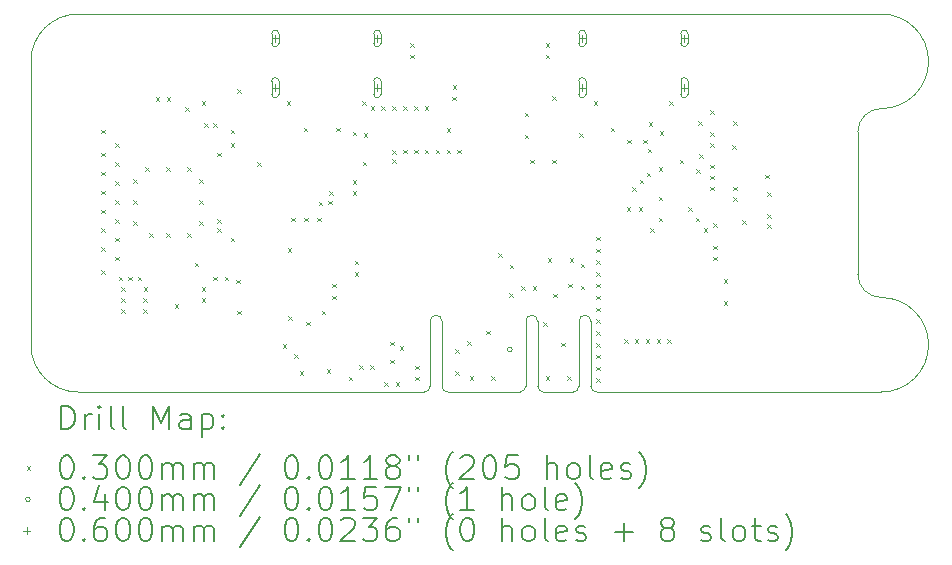
<source format=gbr>
%TF.GenerationSoftware,KiCad,Pcbnew,8.0.1*%
%TF.CreationDate,2024-05-22T20:39:38+03:00*%
%TF.ProjectId,ESP32-C3_6_pico,45535033-322d-4433-935f-365f7069636f,rev?*%
%TF.SameCoordinates,Original*%
%TF.FileFunction,Drillmap*%
%TF.FilePolarity,Positive*%
%FSLAX45Y45*%
G04 Gerber Fmt 4.5, Leading zero omitted, Abs format (unit mm)*
G04 Created by KiCad (PCBNEW 8.0.1) date 2024-05-22 20:39:38*
%MOMM*%
%LPD*%
G01*
G04 APERTURE LIST*
%ADD10C,0.100000*%
%ADD11C,0.200000*%
G04 APERTURE END LIST*
D10*
X18400000Y-10800000D02*
G75*
G02*
X18200000Y-10600000I0J200000D01*
G01*
X14580000Y-11000000D02*
X14580000Y-11550000D01*
X14680000Y-11000000D02*
X14680000Y-11550000D01*
X11600000Y-8400000D02*
X11600000Y-8400000D01*
X15390000Y-11000000D02*
G75*
G02*
X15490000Y-11000000I50000J0D01*
G01*
X18400000Y-10800000D02*
G75*
G02*
X18800000Y-11200000I0J-400000D01*
G01*
X18200000Y-9400000D02*
X18200000Y-10600000D01*
X14530000Y-11600000D02*
X11600000Y-11600000D01*
X18400000Y-8400000D02*
X18400000Y-8400000D01*
X15840000Y-11000000D02*
X15840000Y-11550000D01*
X15390000Y-11000000D02*
X15390000Y-11550000D01*
X14730000Y-11600000D02*
G75*
G02*
X14680000Y-11550000I0J50000D01*
G01*
X11600000Y-11600000D02*
G75*
G02*
X11200000Y-11200000I0J400000D01*
G01*
X14730000Y-11600000D02*
X15340000Y-11600000D01*
X15490000Y-11000000D02*
X15490000Y-11550000D01*
X18800000Y-8800000D02*
G75*
G02*
X18400000Y-9200000I-400000J0D01*
G01*
X15940000Y-11000000D02*
X15940000Y-11550000D01*
X15990000Y-11600000D02*
G75*
G02*
X15940000Y-11550000I0J50000D01*
G01*
X11200000Y-8800000D02*
G75*
G02*
X11600000Y-8400000I400000J0D01*
G01*
X15840000Y-11000000D02*
G75*
G02*
X15940000Y-11000000I50000J0D01*
G01*
X14580000Y-11000000D02*
G75*
G02*
X14680000Y-11000000I50000J0D01*
G01*
X15390000Y-11550000D02*
G75*
G02*
X15340000Y-11600000I-50000J0D01*
G01*
X15540000Y-11600000D02*
X15790000Y-11600000D01*
X15840000Y-11550000D02*
G75*
G02*
X15790000Y-11600000I-50000J0D01*
G01*
X18800000Y-11200000D02*
G75*
G02*
X18400000Y-11600000I-400000J0D01*
G01*
X15540000Y-11600000D02*
G75*
G02*
X15490000Y-11550000I0J50000D01*
G01*
X11200000Y-11200000D02*
X11200000Y-8800000D01*
X14580000Y-11550000D02*
G75*
G02*
X14530000Y-11600000I-50000J0D01*
G01*
X15990000Y-11600000D02*
X18400000Y-11600000D01*
X18200000Y-9400000D02*
G75*
G02*
X18400000Y-9200000I200000J0D01*
G01*
X11600000Y-8400000D02*
X11600000Y-8400000D01*
X11600000Y-8400000D02*
X18400000Y-8400000D01*
X18400000Y-8400000D02*
G75*
G02*
X18800000Y-8800000I0J-400000D01*
G01*
D11*
D10*
X11795000Y-9380000D02*
X11825000Y-9410000D01*
X11825000Y-9380000D02*
X11795000Y-9410000D01*
X11795000Y-9575000D02*
X11825000Y-9605000D01*
X11825000Y-9575000D02*
X11795000Y-9605000D01*
X11795000Y-9735000D02*
X11825000Y-9765000D01*
X11825000Y-9735000D02*
X11795000Y-9765000D01*
X11795000Y-9895000D02*
X11825000Y-9925000D01*
X11825000Y-9895000D02*
X11795000Y-9925000D01*
X11795000Y-10055000D02*
X11825000Y-10085000D01*
X11825000Y-10055000D02*
X11795000Y-10085000D01*
X11795000Y-10215000D02*
X11825000Y-10245000D01*
X11825000Y-10215000D02*
X11795000Y-10245000D01*
X11795000Y-10375000D02*
X11825000Y-10405000D01*
X11825000Y-10375000D02*
X11795000Y-10405000D01*
X11795000Y-10570000D02*
X11825000Y-10600000D01*
X11825000Y-10570000D02*
X11795000Y-10600000D01*
X11915000Y-9495000D02*
X11945000Y-9525000D01*
X11945000Y-9495000D02*
X11915000Y-9525000D01*
X11915000Y-9655000D02*
X11945000Y-9685000D01*
X11945000Y-9655000D02*
X11915000Y-9685000D01*
X11915000Y-9815000D02*
X11945000Y-9845000D01*
X11945000Y-9815000D02*
X11915000Y-9845000D01*
X11915000Y-9975000D02*
X11945000Y-10005000D01*
X11945000Y-9975000D02*
X11915000Y-10005000D01*
X11915000Y-10135000D02*
X11945000Y-10165000D01*
X11945000Y-10135000D02*
X11915000Y-10165000D01*
X11915000Y-10295000D02*
X11945000Y-10325000D01*
X11945000Y-10295000D02*
X11915000Y-10325000D01*
X11915000Y-10455000D02*
X11945000Y-10485000D01*
X11945000Y-10455000D02*
X11915000Y-10485000D01*
X11945000Y-10625000D02*
X11975000Y-10655000D01*
X11975000Y-10625000D02*
X11945000Y-10655000D01*
X11962500Y-10715000D02*
X11992500Y-10745000D01*
X11992500Y-10715000D02*
X11962500Y-10745000D01*
X11962500Y-10807000D02*
X11992500Y-10837000D01*
X11992500Y-10807000D02*
X11962500Y-10837000D01*
X11962500Y-10899000D02*
X11992500Y-10929000D01*
X11992500Y-10899000D02*
X11962500Y-10929000D01*
X12025000Y-10625000D02*
X12055000Y-10655000D01*
X12055000Y-10625000D02*
X12025000Y-10655000D01*
X12065000Y-9797500D02*
X12095000Y-9827500D01*
X12095000Y-9797500D02*
X12065000Y-9827500D01*
X12065000Y-9975000D02*
X12095000Y-10005000D01*
X12095000Y-9975000D02*
X12065000Y-10005000D01*
X12065000Y-10152497D02*
X12095000Y-10182497D01*
X12095000Y-10152497D02*
X12065000Y-10182497D01*
X12105000Y-10625000D02*
X12135000Y-10655000D01*
X12135000Y-10625000D02*
X12105000Y-10655000D01*
X12150000Y-10807000D02*
X12180000Y-10837000D01*
X12180000Y-10807000D02*
X12150000Y-10837000D01*
X12150000Y-10899000D02*
X12180000Y-10929000D01*
X12180000Y-10899000D02*
X12150000Y-10929000D01*
X12155000Y-10715000D02*
X12185000Y-10745000D01*
X12185000Y-10715000D02*
X12155000Y-10745000D01*
X12167500Y-9695000D02*
X12197500Y-9725000D01*
X12197500Y-9695000D02*
X12167500Y-9725000D01*
X12199750Y-10255000D02*
X12229750Y-10285000D01*
X12229750Y-10255000D02*
X12199750Y-10285000D01*
X12257000Y-9106000D02*
X12287000Y-9136000D01*
X12287000Y-9106000D02*
X12257000Y-9136000D01*
X12345000Y-9695000D02*
X12375000Y-9725000D01*
X12375000Y-9695000D02*
X12345000Y-9725000D01*
X12345000Y-10255000D02*
X12375000Y-10285000D01*
X12375000Y-10255000D02*
X12345000Y-10285000D01*
X12351000Y-9106000D02*
X12381000Y-9136000D01*
X12381000Y-9106000D02*
X12351000Y-9136000D01*
X12417500Y-10857500D02*
X12447500Y-10887500D01*
X12447500Y-10857500D02*
X12417500Y-10887500D01*
X12507500Y-9187500D02*
X12537500Y-9217500D01*
X12537500Y-9187500D02*
X12507500Y-9217500D01*
X12522500Y-9695000D02*
X12552500Y-9725000D01*
X12552500Y-9695000D02*
X12522500Y-9725000D01*
X12522500Y-10255000D02*
X12552500Y-10285000D01*
X12552500Y-10255000D02*
X12522500Y-10285000D01*
X12585000Y-10505000D02*
X12615000Y-10535000D01*
X12615000Y-10505000D02*
X12585000Y-10535000D01*
X12625000Y-9797500D02*
X12655000Y-9827500D01*
X12655000Y-9797500D02*
X12625000Y-9827500D01*
X12625000Y-9975000D02*
X12655000Y-10005000D01*
X12655000Y-9975000D02*
X12625000Y-10005000D01*
X12625000Y-10152500D02*
X12655000Y-10182500D01*
X12655000Y-10152500D02*
X12625000Y-10182500D01*
X12647500Y-9140000D02*
X12677500Y-9170000D01*
X12677500Y-9140000D02*
X12647500Y-9170000D01*
X12647500Y-10715000D02*
X12677500Y-10745000D01*
X12677500Y-10715000D02*
X12647500Y-10745000D01*
X12647500Y-10807000D02*
X12677500Y-10837000D01*
X12677500Y-10807000D02*
X12647500Y-10837000D01*
X12665000Y-9325000D02*
X12695000Y-9355000D01*
X12695000Y-9325000D02*
X12665000Y-9355000D01*
X12745000Y-9325000D02*
X12775000Y-9355000D01*
X12775000Y-9325000D02*
X12745000Y-9355000D01*
X12745000Y-10625000D02*
X12775000Y-10655000D01*
X12775000Y-10625000D02*
X12745000Y-10655000D01*
X12775000Y-10135000D02*
X12805000Y-10165000D01*
X12805000Y-10135000D02*
X12775000Y-10165000D01*
X12775000Y-10215000D02*
X12805000Y-10245000D01*
X12805000Y-10215000D02*
X12775000Y-10245000D01*
X12777500Y-9575000D02*
X12807500Y-9605000D01*
X12807500Y-9575000D02*
X12777500Y-9605000D01*
X12840000Y-10625000D02*
X12870000Y-10655000D01*
X12870000Y-10625000D02*
X12840000Y-10655000D01*
X12892000Y-9495000D02*
X12922000Y-9525000D01*
X12922000Y-9495000D02*
X12892000Y-9525000D01*
X12892500Y-9380000D02*
X12922500Y-9410000D01*
X12922500Y-9380000D02*
X12892500Y-9410000D01*
X12892500Y-10295000D02*
X12922500Y-10325000D01*
X12922500Y-10295000D02*
X12892500Y-10325000D01*
X12937500Y-10647500D02*
X12967500Y-10677500D01*
X12967500Y-10647500D02*
X12937500Y-10677500D01*
X12947500Y-9037500D02*
X12977500Y-9067500D01*
X12977500Y-9037500D02*
X12947500Y-9067500D01*
X12947500Y-10910000D02*
X12977500Y-10940000D01*
X12977500Y-10910000D02*
X12947500Y-10940000D01*
X13115000Y-9655000D02*
X13145000Y-9685000D01*
X13145000Y-9655000D02*
X13115000Y-9685000D01*
X13330000Y-11195000D02*
X13360000Y-11225000D01*
X13360000Y-11195000D02*
X13330000Y-11225000D01*
X13365000Y-9140000D02*
X13395000Y-9170000D01*
X13395000Y-9140000D02*
X13365000Y-9170000D01*
X13375000Y-10382500D02*
X13405000Y-10412500D01*
X13405000Y-10382500D02*
X13375000Y-10412500D01*
X13377500Y-10957500D02*
X13407500Y-10987500D01*
X13407500Y-10957500D02*
X13377500Y-10987500D01*
X13405000Y-10125000D02*
X13435000Y-10155000D01*
X13435000Y-10125000D02*
X13405000Y-10155000D01*
X13427500Y-11282000D02*
X13457500Y-11312000D01*
X13457500Y-11282000D02*
X13427500Y-11312000D01*
X13475000Y-11422500D02*
X13505000Y-11452500D01*
X13505000Y-11422500D02*
X13475000Y-11452500D01*
X13510000Y-9362500D02*
X13540000Y-9392500D01*
X13540000Y-9362500D02*
X13510000Y-9392500D01*
X13515000Y-10125000D02*
X13545000Y-10155000D01*
X13545000Y-10125000D02*
X13515000Y-10155000D01*
X13532500Y-11005000D02*
X13562500Y-11035000D01*
X13562500Y-11005000D02*
X13532500Y-11035000D01*
X13625000Y-10125000D02*
X13655000Y-10155000D01*
X13655000Y-10125000D02*
X13625000Y-10155000D01*
X13636264Y-9988312D02*
X13666264Y-10018312D01*
X13666264Y-9988312D02*
X13636264Y-10018312D01*
X13662500Y-10910000D02*
X13692500Y-10940000D01*
X13692500Y-10910000D02*
X13662500Y-10940000D01*
X13705000Y-11407500D02*
X13735000Y-11437500D01*
X13735000Y-11407500D02*
X13705000Y-11437500D01*
X13715774Y-9979467D02*
X13745774Y-10009467D01*
X13745774Y-9979467D02*
X13715774Y-10009467D01*
X13725000Y-9900000D02*
X13755000Y-9930000D01*
X13755000Y-9900000D02*
X13725000Y-9930000D01*
X13750000Y-10685000D02*
X13780000Y-10715000D01*
X13780000Y-10685000D02*
X13750000Y-10715000D01*
X13750000Y-10785000D02*
X13780000Y-10815000D01*
X13780000Y-10785000D02*
X13750000Y-10815000D01*
X13782500Y-9362500D02*
X13812500Y-9392500D01*
X13812500Y-9362500D02*
X13782500Y-9392500D01*
X13890000Y-11470000D02*
X13920000Y-11500000D01*
X13920000Y-11470000D02*
X13890000Y-11500000D01*
X13924000Y-9805000D02*
X13954000Y-9835000D01*
X13954000Y-9805000D02*
X13924000Y-9835000D01*
X13924351Y-9899500D02*
X13954351Y-9929500D01*
X13954351Y-9899500D02*
X13924351Y-9929500D01*
X13925000Y-9395000D02*
X13955000Y-9425000D01*
X13955000Y-9395000D02*
X13925000Y-9425000D01*
X13940000Y-10487500D02*
X13970000Y-10517500D01*
X13970000Y-10487500D02*
X13940000Y-10517500D01*
X13940000Y-10587500D02*
X13970000Y-10617500D01*
X13970000Y-10587500D02*
X13940000Y-10617500D01*
X13977500Y-11372500D02*
X14007500Y-11402500D01*
X14007500Y-11372500D02*
X13977500Y-11402500D01*
X14005000Y-9140000D02*
X14035000Y-9170000D01*
X14035000Y-9140000D02*
X14005000Y-9170000D01*
X14010000Y-9649000D02*
X14040000Y-9679000D01*
X14040000Y-9649000D02*
X14010000Y-9679000D01*
X14017500Y-9408500D02*
X14047500Y-9438500D01*
X14047500Y-9408500D02*
X14017500Y-9438500D01*
X14072500Y-11372500D02*
X14102500Y-11402500D01*
X14102500Y-11372500D02*
X14072500Y-11402500D01*
X14075000Y-9182500D02*
X14105000Y-9212500D01*
X14105000Y-9182500D02*
X14075000Y-9212500D01*
X14167000Y-9182000D02*
X14197000Y-9212000D01*
X14197000Y-9182000D02*
X14167000Y-9212000D01*
X14192500Y-11517500D02*
X14222500Y-11547500D01*
X14222500Y-11517500D02*
X14192500Y-11547500D01*
X14239966Y-11173076D02*
X14269966Y-11203076D01*
X14269966Y-11173076D02*
X14239966Y-11203076D01*
X14240373Y-11327681D02*
X14270373Y-11357681D01*
X14270373Y-11327681D02*
X14240373Y-11357681D01*
X14257500Y-9555000D02*
X14287500Y-9585000D01*
X14287500Y-9555000D02*
X14257500Y-9585000D01*
X14257500Y-9630000D02*
X14287500Y-9660000D01*
X14287500Y-9630000D02*
X14257500Y-9660000D01*
X14259000Y-9182000D02*
X14289000Y-9212000D01*
X14289000Y-9182000D02*
X14259000Y-9212000D01*
X14290000Y-11517500D02*
X14320000Y-11547500D01*
X14320000Y-11517500D02*
X14290000Y-11547500D01*
X14322500Y-11212500D02*
X14352500Y-11242500D01*
X14352500Y-11212500D02*
X14322500Y-11242500D01*
X14351000Y-9182000D02*
X14381000Y-9212000D01*
X14381000Y-9182000D02*
X14351000Y-9212000D01*
X14351000Y-9549500D02*
X14381000Y-9579500D01*
X14381000Y-9549500D02*
X14351000Y-9579500D01*
X14410000Y-8645000D02*
X14440000Y-8675000D01*
X14440000Y-8645000D02*
X14410000Y-8675000D01*
X14410000Y-8745000D02*
X14440000Y-8775000D01*
X14440000Y-8745000D02*
X14410000Y-8775000D01*
X14443000Y-9549500D02*
X14473000Y-9579500D01*
X14473000Y-9549500D02*
X14443000Y-9579500D01*
X14443000Y-9182000D02*
X14473000Y-9212000D01*
X14473000Y-9182000D02*
X14443000Y-9212000D01*
X14455000Y-11377500D02*
X14485000Y-11407500D01*
X14485000Y-11377500D02*
X14455000Y-11407500D01*
X14455000Y-11472500D02*
X14485000Y-11502500D01*
X14485000Y-11472500D02*
X14455000Y-11502500D01*
X14535000Y-9182000D02*
X14565000Y-9212000D01*
X14565000Y-9182000D02*
X14535000Y-9212000D01*
X14535000Y-9549500D02*
X14565000Y-9579500D01*
X14565000Y-9549500D02*
X14535000Y-9579500D01*
X14627000Y-9549500D02*
X14657000Y-9579500D01*
X14657000Y-9549500D02*
X14627000Y-9579500D01*
X14719000Y-9549500D02*
X14749000Y-9579500D01*
X14749000Y-9549500D02*
X14719000Y-9579500D01*
X14720000Y-9364500D02*
X14750000Y-9394500D01*
X14750000Y-9364500D02*
X14720000Y-9394500D01*
X14769000Y-9098000D02*
X14799000Y-9128000D01*
X14799000Y-9098000D02*
X14769000Y-9128000D01*
X14770000Y-9002000D02*
X14800000Y-9032000D01*
X14800000Y-9002000D02*
X14770000Y-9032000D01*
X14791750Y-11236750D02*
X14821750Y-11266750D01*
X14821750Y-11236750D02*
X14791750Y-11266750D01*
X14791750Y-11421750D02*
X14821750Y-11451750D01*
X14821750Y-11421750D02*
X14791750Y-11451750D01*
X14811000Y-9549500D02*
X14841000Y-9579500D01*
X14841000Y-9549500D02*
X14811000Y-9579500D01*
X14894250Y-11169250D02*
X14924250Y-11199250D01*
X14924250Y-11169250D02*
X14894250Y-11199250D01*
X14914250Y-11466750D02*
X14944250Y-11496750D01*
X14944250Y-11466750D02*
X14914250Y-11496750D01*
X15055000Y-11082500D02*
X15085000Y-11112500D01*
X15085000Y-11082500D02*
X15055000Y-11112500D01*
X15099250Y-11466750D02*
X15129250Y-11496750D01*
X15129250Y-11466750D02*
X15099250Y-11496750D01*
X15157000Y-10425000D02*
X15187000Y-10455000D01*
X15187000Y-10425000D02*
X15157000Y-10455000D01*
X15250000Y-10761500D02*
X15280000Y-10791500D01*
X15280000Y-10761500D02*
X15250000Y-10791500D01*
X15253000Y-10523000D02*
X15283000Y-10553000D01*
X15283000Y-10523000D02*
X15253000Y-10553000D01*
X15352500Y-10705000D02*
X15382500Y-10735000D01*
X15382500Y-10705000D02*
X15352500Y-10735000D01*
X15380000Y-9235000D02*
X15410000Y-9265000D01*
X15410000Y-9235000D02*
X15380000Y-9265000D01*
X15380000Y-9420000D02*
X15410000Y-9450000D01*
X15410000Y-9420000D02*
X15380000Y-9450000D01*
X15427000Y-9632500D02*
X15457000Y-9662500D01*
X15457000Y-9632500D02*
X15427000Y-9662500D01*
X15447500Y-10705000D02*
X15477500Y-10735000D01*
X15477500Y-10705000D02*
X15447500Y-10735000D01*
X15539000Y-11008000D02*
X15569000Y-11038000D01*
X15569000Y-11008000D02*
X15539000Y-11038000D01*
X15557500Y-8745000D02*
X15587500Y-8775000D01*
X15587500Y-8745000D02*
X15557500Y-8775000D01*
X15557500Y-11465000D02*
X15587500Y-11495000D01*
X15587500Y-11465000D02*
X15557500Y-11495000D01*
X15560000Y-8645000D02*
X15590000Y-8675000D01*
X15590000Y-8645000D02*
X15560000Y-8675000D01*
X15575000Y-10467500D02*
X15605000Y-10497500D01*
X15605000Y-10467500D02*
X15575000Y-10497500D01*
X15613000Y-9632500D02*
X15643000Y-9662500D01*
X15643000Y-9632500D02*
X15613000Y-9662500D01*
X15615000Y-9095000D02*
X15645000Y-9125000D01*
X15645000Y-9095000D02*
X15615000Y-9125000D01*
X15620000Y-10767500D02*
X15650000Y-10797500D01*
X15650000Y-10767500D02*
X15620000Y-10797500D01*
X15690000Y-11182500D02*
X15720000Y-11212500D01*
X15720000Y-11182500D02*
X15690000Y-11212500D01*
X15742500Y-11465000D02*
X15772500Y-11495000D01*
X15772500Y-11465000D02*
X15742500Y-11495000D01*
X15750000Y-10682500D02*
X15780000Y-10712500D01*
X15780000Y-10682500D02*
X15750000Y-10712500D01*
X15760000Y-10467500D02*
X15790000Y-10497500D01*
X15790000Y-10467500D02*
X15760000Y-10497500D01*
X15841670Y-9410993D02*
X15871670Y-9440993D01*
X15871670Y-9410993D02*
X15841670Y-9440993D01*
X15855000Y-10515000D02*
X15885000Y-10545000D01*
X15885000Y-10515000D02*
X15855000Y-10545000D01*
X15855000Y-10700000D02*
X15885000Y-10730000D01*
X15885000Y-10700000D02*
X15855000Y-10730000D01*
X15965000Y-9140000D02*
X15995000Y-9170000D01*
X15995000Y-9140000D02*
X15965000Y-9170000D01*
X15985000Y-10285000D02*
X16015000Y-10315000D01*
X16015000Y-10285000D02*
X15985000Y-10315000D01*
X15985000Y-10385000D02*
X16015000Y-10415000D01*
X16015000Y-10385000D02*
X15985000Y-10415000D01*
X15985000Y-10485000D02*
X16015000Y-10515000D01*
X16015000Y-10485000D02*
X15985000Y-10515000D01*
X15985000Y-10585000D02*
X16015000Y-10615000D01*
X16015000Y-10585000D02*
X15985000Y-10615000D01*
X15985000Y-10685000D02*
X16015000Y-10715000D01*
X16015000Y-10685000D02*
X15985000Y-10715000D01*
X15985000Y-10785000D02*
X16015000Y-10815000D01*
X16015000Y-10785000D02*
X15985000Y-10815000D01*
X15985000Y-10885000D02*
X16015000Y-10915000D01*
X16015000Y-10885000D02*
X15985000Y-10915000D01*
X15985000Y-10985000D02*
X16015000Y-11015000D01*
X16015000Y-10985000D02*
X15985000Y-11015000D01*
X15985000Y-11085000D02*
X16015000Y-11115000D01*
X16015000Y-11085000D02*
X15985000Y-11115000D01*
X15985000Y-11185000D02*
X16015000Y-11215000D01*
X16015000Y-11185000D02*
X15985000Y-11215000D01*
X15985000Y-11285000D02*
X16015000Y-11315000D01*
X16015000Y-11285000D02*
X15985000Y-11315000D01*
X15985000Y-11385000D02*
X16015000Y-11415000D01*
X16015000Y-11385000D02*
X15985000Y-11415000D01*
X15985000Y-11485000D02*
X16015000Y-11515000D01*
X16015000Y-11485000D02*
X15985000Y-11515000D01*
X16110000Y-9362500D02*
X16140000Y-9392500D01*
X16140000Y-9362500D02*
X16110000Y-9392500D01*
X16221000Y-11152500D02*
X16251000Y-11182500D01*
X16251000Y-11152500D02*
X16221000Y-11182500D01*
X16245000Y-10035000D02*
X16275000Y-10065000D01*
X16275000Y-10035000D02*
X16245000Y-10065000D01*
X16249596Y-9463826D02*
X16279596Y-9493826D01*
X16279596Y-9463826D02*
X16249596Y-9493826D01*
X16290000Y-9865000D02*
X16320000Y-9895000D01*
X16320000Y-9865000D02*
X16290000Y-9895000D01*
X16313000Y-11152500D02*
X16343000Y-11182500D01*
X16343000Y-11152500D02*
X16313000Y-11182500D01*
X16345000Y-10035000D02*
X16375000Y-10065000D01*
X16375000Y-10035000D02*
X16345000Y-10065000D01*
X16352500Y-9802500D02*
X16382500Y-9832500D01*
X16382500Y-9802500D02*
X16352500Y-9832500D01*
X16382500Y-9463826D02*
X16412500Y-9493826D01*
X16412500Y-9463826D02*
X16382500Y-9493826D01*
X16405000Y-11152500D02*
X16435000Y-11182500D01*
X16435000Y-11152500D02*
X16405000Y-11182500D01*
X16415000Y-9745000D02*
X16445000Y-9775000D01*
X16445000Y-9745000D02*
X16415000Y-9775000D01*
X16422500Y-9540000D02*
X16452500Y-9570000D01*
X16452500Y-9540000D02*
X16422500Y-9570000D01*
X16432500Y-9317500D02*
X16462500Y-9347500D01*
X16462500Y-9317500D02*
X16432500Y-9347500D01*
X16445000Y-10212500D02*
X16475000Y-10242500D01*
X16475000Y-10212500D02*
X16445000Y-10242500D01*
X16497000Y-11152500D02*
X16527000Y-11182500D01*
X16527000Y-11152500D02*
X16497000Y-11182500D01*
X16514000Y-9695000D02*
X16544000Y-9725000D01*
X16544000Y-9695000D02*
X16514000Y-9725000D01*
X16514000Y-9945000D02*
X16544000Y-9975000D01*
X16544000Y-9945000D02*
X16514000Y-9975000D01*
X16514000Y-10125000D02*
X16544000Y-10155000D01*
X16544000Y-10125000D02*
X16514000Y-10155000D01*
X16525000Y-9392500D02*
X16555000Y-9422500D01*
X16555000Y-9392500D02*
X16525000Y-9422500D01*
X16589000Y-11152500D02*
X16619000Y-11182500D01*
X16619000Y-11152500D02*
X16589000Y-11182500D01*
X16605000Y-9140000D02*
X16635000Y-9170000D01*
X16635000Y-9140000D02*
X16605000Y-9170000D01*
X16695000Y-9635000D02*
X16725000Y-9665000D01*
X16725000Y-9635000D02*
X16695000Y-9665000D01*
X16765000Y-10035000D02*
X16795000Y-10065000D01*
X16795000Y-10035000D02*
X16765000Y-10065000D01*
X16828000Y-10124000D02*
X16858000Y-10154000D01*
X16858000Y-10124000D02*
X16828000Y-10154000D01*
X16835000Y-9715000D02*
X16865000Y-9745000D01*
X16865000Y-9715000D02*
X16835000Y-9745000D01*
X16850000Y-9307500D02*
X16880000Y-9337500D01*
X16880000Y-9307500D02*
X16850000Y-9337500D01*
X16857500Y-9585000D02*
X16887500Y-9615000D01*
X16887500Y-9585000D02*
X16857500Y-9615000D01*
X16895000Y-10212500D02*
X16925000Y-10242500D01*
X16925000Y-10212500D02*
X16895000Y-10242500D01*
X16952500Y-9216000D02*
X16982500Y-9246000D01*
X16982500Y-9216000D02*
X16952500Y-9246000D01*
X16952500Y-9401000D02*
X16982500Y-9431000D01*
X16982500Y-9401000D02*
X16952500Y-9431000D01*
X16952500Y-9493000D02*
X16982500Y-9523000D01*
X16982500Y-9493000D02*
X16952500Y-9523000D01*
X16952500Y-9677000D02*
X16982500Y-9707000D01*
X16982500Y-9677000D02*
X16952500Y-9707000D01*
X16952500Y-9769000D02*
X16982500Y-9799000D01*
X16982500Y-9769000D02*
X16952500Y-9799000D01*
X16952500Y-9861000D02*
X16982500Y-9891000D01*
X16982500Y-9861000D02*
X16952500Y-9891000D01*
X16975000Y-10171000D02*
X17005000Y-10201000D01*
X17005000Y-10171000D02*
X16975000Y-10201000D01*
X16977500Y-10360000D02*
X17007500Y-10390000D01*
X17007500Y-10360000D02*
X16977500Y-10390000D01*
X16977500Y-10455000D02*
X17007500Y-10485000D01*
X17007500Y-10455000D02*
X16977500Y-10485000D01*
X17067500Y-10645000D02*
X17097500Y-10675000D01*
X17097500Y-10645000D02*
X17067500Y-10675000D01*
X17067500Y-10832000D02*
X17097500Y-10862000D01*
X17097500Y-10832000D02*
X17067500Y-10862000D01*
X17137303Y-9511419D02*
X17167303Y-9541419D01*
X17167303Y-9511419D02*
X17137303Y-9541419D01*
X17147500Y-9309000D02*
X17177500Y-9339000D01*
X17177500Y-9309000D02*
X17147500Y-9339000D01*
X17147500Y-9861000D02*
X17177500Y-9891000D01*
X17177500Y-9861000D02*
X17147500Y-9891000D01*
X17147500Y-9953000D02*
X17177500Y-9983000D01*
X17177500Y-9953000D02*
X17147500Y-9983000D01*
X17222589Y-10147500D02*
X17252589Y-10177500D01*
X17252589Y-10147500D02*
X17222589Y-10177500D01*
X17418201Y-9759994D02*
X17448201Y-9789994D01*
X17448201Y-9759994D02*
X17418201Y-9789994D01*
X17431919Y-10092500D02*
X17461919Y-10122500D01*
X17461919Y-10092500D02*
X17431919Y-10122500D01*
X17431936Y-9907500D02*
X17461936Y-9937500D01*
X17461936Y-9907500D02*
X17431936Y-9937500D01*
X17432500Y-10177500D02*
X17462500Y-10207500D01*
X17462500Y-10177500D02*
X17432500Y-10207500D01*
X15275000Y-11240000D02*
G75*
G02*
X15235000Y-11240000I-20000J0D01*
G01*
X15235000Y-11240000D02*
G75*
G02*
X15275000Y-11240000I20000J0D01*
G01*
X13268000Y-8576000D02*
X13268000Y-8636000D01*
X13238000Y-8606000D02*
X13298000Y-8606000D01*
X13238000Y-8566000D02*
X13238000Y-8646000D01*
X13298000Y-8646000D02*
G75*
G02*
X13238000Y-8646000I-30000J0D01*
G01*
X13298000Y-8646000D02*
X13298000Y-8566000D01*
X13298000Y-8566000D02*
G75*
G03*
X13238000Y-8566000I-30000J0D01*
G01*
X13268000Y-8993000D02*
X13268000Y-9053000D01*
X13238000Y-9023000D02*
X13298000Y-9023000D01*
X13238000Y-8968000D02*
X13238000Y-9078000D01*
X13298000Y-9078000D02*
G75*
G02*
X13238000Y-9078000I-30000J0D01*
G01*
X13298000Y-9078000D02*
X13298000Y-8968000D01*
X13298000Y-8968000D02*
G75*
G03*
X13238000Y-8968000I-30000J0D01*
G01*
X14132000Y-8576000D02*
X14132000Y-8636000D01*
X14102000Y-8606000D02*
X14162000Y-8606000D01*
X14102000Y-8566000D02*
X14102000Y-8646000D01*
X14162000Y-8646000D02*
G75*
G02*
X14102000Y-8646000I-30000J0D01*
G01*
X14162000Y-8646000D02*
X14162000Y-8566000D01*
X14162000Y-8566000D02*
G75*
G03*
X14102000Y-8566000I-30000J0D01*
G01*
X14132000Y-8993000D02*
X14132000Y-9053000D01*
X14102000Y-9023000D02*
X14162000Y-9023000D01*
X14102000Y-8968000D02*
X14102000Y-9078000D01*
X14162000Y-9078000D02*
G75*
G02*
X14102000Y-9078000I-30000J0D01*
G01*
X14162000Y-9078000D02*
X14162000Y-8968000D01*
X14162000Y-8968000D02*
G75*
G03*
X14102000Y-8968000I-30000J0D01*
G01*
X15868000Y-8576000D02*
X15868000Y-8636000D01*
X15838000Y-8606000D02*
X15898000Y-8606000D01*
X15838000Y-8566000D02*
X15838000Y-8646000D01*
X15898000Y-8646000D02*
G75*
G02*
X15838000Y-8646000I-30000J0D01*
G01*
X15898000Y-8646000D02*
X15898000Y-8566000D01*
X15898000Y-8566000D02*
G75*
G03*
X15838000Y-8566000I-30000J0D01*
G01*
X15868000Y-8993000D02*
X15868000Y-9053000D01*
X15838000Y-9023000D02*
X15898000Y-9023000D01*
X15838000Y-8968000D02*
X15838000Y-9078000D01*
X15898000Y-9078000D02*
G75*
G02*
X15838000Y-9078000I-30000J0D01*
G01*
X15898000Y-9078000D02*
X15898000Y-8968000D01*
X15898000Y-8968000D02*
G75*
G03*
X15838000Y-8968000I-30000J0D01*
G01*
X16732000Y-8576000D02*
X16732000Y-8636000D01*
X16702000Y-8606000D02*
X16762000Y-8606000D01*
X16702000Y-8566000D02*
X16702000Y-8646000D01*
X16762000Y-8646000D02*
G75*
G02*
X16702000Y-8646000I-30000J0D01*
G01*
X16762000Y-8646000D02*
X16762000Y-8566000D01*
X16762000Y-8566000D02*
G75*
G03*
X16702000Y-8566000I-30000J0D01*
G01*
X16732000Y-8993000D02*
X16732000Y-9053000D01*
X16702000Y-9023000D02*
X16762000Y-9023000D01*
X16702000Y-8968000D02*
X16702000Y-9078000D01*
X16762000Y-9078000D02*
G75*
G02*
X16702000Y-9078000I-30000J0D01*
G01*
X16762000Y-9078000D02*
X16762000Y-8968000D01*
X16762000Y-8968000D02*
G75*
G03*
X16702000Y-8968000I-30000J0D01*
G01*
D11*
X11455777Y-11916484D02*
X11455777Y-11716484D01*
X11455777Y-11716484D02*
X11503396Y-11716484D01*
X11503396Y-11716484D02*
X11531967Y-11726008D01*
X11531967Y-11726008D02*
X11551015Y-11745055D01*
X11551015Y-11745055D02*
X11560539Y-11764103D01*
X11560539Y-11764103D02*
X11570062Y-11802198D01*
X11570062Y-11802198D02*
X11570062Y-11830769D01*
X11570062Y-11830769D02*
X11560539Y-11868865D01*
X11560539Y-11868865D02*
X11551015Y-11887912D01*
X11551015Y-11887912D02*
X11531967Y-11906960D01*
X11531967Y-11906960D02*
X11503396Y-11916484D01*
X11503396Y-11916484D02*
X11455777Y-11916484D01*
X11655777Y-11916484D02*
X11655777Y-11783150D01*
X11655777Y-11821246D02*
X11665301Y-11802198D01*
X11665301Y-11802198D02*
X11674824Y-11792674D01*
X11674824Y-11792674D02*
X11693872Y-11783150D01*
X11693872Y-11783150D02*
X11712920Y-11783150D01*
X11779586Y-11916484D02*
X11779586Y-11783150D01*
X11779586Y-11716484D02*
X11770062Y-11726008D01*
X11770062Y-11726008D02*
X11779586Y-11735531D01*
X11779586Y-11735531D02*
X11789110Y-11726008D01*
X11789110Y-11726008D02*
X11779586Y-11716484D01*
X11779586Y-11716484D02*
X11779586Y-11735531D01*
X11903396Y-11916484D02*
X11884348Y-11906960D01*
X11884348Y-11906960D02*
X11874824Y-11887912D01*
X11874824Y-11887912D02*
X11874824Y-11716484D01*
X12008158Y-11916484D02*
X11989110Y-11906960D01*
X11989110Y-11906960D02*
X11979586Y-11887912D01*
X11979586Y-11887912D02*
X11979586Y-11716484D01*
X12236729Y-11916484D02*
X12236729Y-11716484D01*
X12236729Y-11716484D02*
X12303396Y-11859341D01*
X12303396Y-11859341D02*
X12370062Y-11716484D01*
X12370062Y-11716484D02*
X12370062Y-11916484D01*
X12551015Y-11916484D02*
X12551015Y-11811722D01*
X12551015Y-11811722D02*
X12541491Y-11792674D01*
X12541491Y-11792674D02*
X12522443Y-11783150D01*
X12522443Y-11783150D02*
X12484348Y-11783150D01*
X12484348Y-11783150D02*
X12465301Y-11792674D01*
X12551015Y-11906960D02*
X12531967Y-11916484D01*
X12531967Y-11916484D02*
X12484348Y-11916484D01*
X12484348Y-11916484D02*
X12465301Y-11906960D01*
X12465301Y-11906960D02*
X12455777Y-11887912D01*
X12455777Y-11887912D02*
X12455777Y-11868865D01*
X12455777Y-11868865D02*
X12465301Y-11849817D01*
X12465301Y-11849817D02*
X12484348Y-11840293D01*
X12484348Y-11840293D02*
X12531967Y-11840293D01*
X12531967Y-11840293D02*
X12551015Y-11830769D01*
X12646253Y-11783150D02*
X12646253Y-11983150D01*
X12646253Y-11792674D02*
X12665301Y-11783150D01*
X12665301Y-11783150D02*
X12703396Y-11783150D01*
X12703396Y-11783150D02*
X12722443Y-11792674D01*
X12722443Y-11792674D02*
X12731967Y-11802198D01*
X12731967Y-11802198D02*
X12741491Y-11821246D01*
X12741491Y-11821246D02*
X12741491Y-11878388D01*
X12741491Y-11878388D02*
X12731967Y-11897436D01*
X12731967Y-11897436D02*
X12722443Y-11906960D01*
X12722443Y-11906960D02*
X12703396Y-11916484D01*
X12703396Y-11916484D02*
X12665301Y-11916484D01*
X12665301Y-11916484D02*
X12646253Y-11906960D01*
X12827205Y-11897436D02*
X12836729Y-11906960D01*
X12836729Y-11906960D02*
X12827205Y-11916484D01*
X12827205Y-11916484D02*
X12817682Y-11906960D01*
X12817682Y-11906960D02*
X12827205Y-11897436D01*
X12827205Y-11897436D02*
X12827205Y-11916484D01*
X12827205Y-11792674D02*
X12836729Y-11802198D01*
X12836729Y-11802198D02*
X12827205Y-11811722D01*
X12827205Y-11811722D02*
X12817682Y-11802198D01*
X12817682Y-11802198D02*
X12827205Y-11792674D01*
X12827205Y-11792674D02*
X12827205Y-11811722D01*
D10*
X11165000Y-12230000D02*
X11195000Y-12260000D01*
X11195000Y-12230000D02*
X11165000Y-12260000D01*
D11*
X11493872Y-12136484D02*
X11512920Y-12136484D01*
X11512920Y-12136484D02*
X11531967Y-12146008D01*
X11531967Y-12146008D02*
X11541491Y-12155531D01*
X11541491Y-12155531D02*
X11551015Y-12174579D01*
X11551015Y-12174579D02*
X11560539Y-12212674D01*
X11560539Y-12212674D02*
X11560539Y-12260293D01*
X11560539Y-12260293D02*
X11551015Y-12298388D01*
X11551015Y-12298388D02*
X11541491Y-12317436D01*
X11541491Y-12317436D02*
X11531967Y-12326960D01*
X11531967Y-12326960D02*
X11512920Y-12336484D01*
X11512920Y-12336484D02*
X11493872Y-12336484D01*
X11493872Y-12336484D02*
X11474824Y-12326960D01*
X11474824Y-12326960D02*
X11465301Y-12317436D01*
X11465301Y-12317436D02*
X11455777Y-12298388D01*
X11455777Y-12298388D02*
X11446253Y-12260293D01*
X11446253Y-12260293D02*
X11446253Y-12212674D01*
X11446253Y-12212674D02*
X11455777Y-12174579D01*
X11455777Y-12174579D02*
X11465301Y-12155531D01*
X11465301Y-12155531D02*
X11474824Y-12146008D01*
X11474824Y-12146008D02*
X11493872Y-12136484D01*
X11646253Y-12317436D02*
X11655777Y-12326960D01*
X11655777Y-12326960D02*
X11646253Y-12336484D01*
X11646253Y-12336484D02*
X11636729Y-12326960D01*
X11636729Y-12326960D02*
X11646253Y-12317436D01*
X11646253Y-12317436D02*
X11646253Y-12336484D01*
X11722443Y-12136484D02*
X11846253Y-12136484D01*
X11846253Y-12136484D02*
X11779586Y-12212674D01*
X11779586Y-12212674D02*
X11808158Y-12212674D01*
X11808158Y-12212674D02*
X11827205Y-12222198D01*
X11827205Y-12222198D02*
X11836729Y-12231722D01*
X11836729Y-12231722D02*
X11846253Y-12250769D01*
X11846253Y-12250769D02*
X11846253Y-12298388D01*
X11846253Y-12298388D02*
X11836729Y-12317436D01*
X11836729Y-12317436D02*
X11827205Y-12326960D01*
X11827205Y-12326960D02*
X11808158Y-12336484D01*
X11808158Y-12336484D02*
X11751015Y-12336484D01*
X11751015Y-12336484D02*
X11731967Y-12326960D01*
X11731967Y-12326960D02*
X11722443Y-12317436D01*
X11970062Y-12136484D02*
X11989110Y-12136484D01*
X11989110Y-12136484D02*
X12008158Y-12146008D01*
X12008158Y-12146008D02*
X12017682Y-12155531D01*
X12017682Y-12155531D02*
X12027205Y-12174579D01*
X12027205Y-12174579D02*
X12036729Y-12212674D01*
X12036729Y-12212674D02*
X12036729Y-12260293D01*
X12036729Y-12260293D02*
X12027205Y-12298388D01*
X12027205Y-12298388D02*
X12017682Y-12317436D01*
X12017682Y-12317436D02*
X12008158Y-12326960D01*
X12008158Y-12326960D02*
X11989110Y-12336484D01*
X11989110Y-12336484D02*
X11970062Y-12336484D01*
X11970062Y-12336484D02*
X11951015Y-12326960D01*
X11951015Y-12326960D02*
X11941491Y-12317436D01*
X11941491Y-12317436D02*
X11931967Y-12298388D01*
X11931967Y-12298388D02*
X11922443Y-12260293D01*
X11922443Y-12260293D02*
X11922443Y-12212674D01*
X11922443Y-12212674D02*
X11931967Y-12174579D01*
X11931967Y-12174579D02*
X11941491Y-12155531D01*
X11941491Y-12155531D02*
X11951015Y-12146008D01*
X11951015Y-12146008D02*
X11970062Y-12136484D01*
X12160539Y-12136484D02*
X12179586Y-12136484D01*
X12179586Y-12136484D02*
X12198634Y-12146008D01*
X12198634Y-12146008D02*
X12208158Y-12155531D01*
X12208158Y-12155531D02*
X12217682Y-12174579D01*
X12217682Y-12174579D02*
X12227205Y-12212674D01*
X12227205Y-12212674D02*
X12227205Y-12260293D01*
X12227205Y-12260293D02*
X12217682Y-12298388D01*
X12217682Y-12298388D02*
X12208158Y-12317436D01*
X12208158Y-12317436D02*
X12198634Y-12326960D01*
X12198634Y-12326960D02*
X12179586Y-12336484D01*
X12179586Y-12336484D02*
X12160539Y-12336484D01*
X12160539Y-12336484D02*
X12141491Y-12326960D01*
X12141491Y-12326960D02*
X12131967Y-12317436D01*
X12131967Y-12317436D02*
X12122443Y-12298388D01*
X12122443Y-12298388D02*
X12112920Y-12260293D01*
X12112920Y-12260293D02*
X12112920Y-12212674D01*
X12112920Y-12212674D02*
X12122443Y-12174579D01*
X12122443Y-12174579D02*
X12131967Y-12155531D01*
X12131967Y-12155531D02*
X12141491Y-12146008D01*
X12141491Y-12146008D02*
X12160539Y-12136484D01*
X12312920Y-12336484D02*
X12312920Y-12203150D01*
X12312920Y-12222198D02*
X12322443Y-12212674D01*
X12322443Y-12212674D02*
X12341491Y-12203150D01*
X12341491Y-12203150D02*
X12370063Y-12203150D01*
X12370063Y-12203150D02*
X12389110Y-12212674D01*
X12389110Y-12212674D02*
X12398634Y-12231722D01*
X12398634Y-12231722D02*
X12398634Y-12336484D01*
X12398634Y-12231722D02*
X12408158Y-12212674D01*
X12408158Y-12212674D02*
X12427205Y-12203150D01*
X12427205Y-12203150D02*
X12455777Y-12203150D01*
X12455777Y-12203150D02*
X12474824Y-12212674D01*
X12474824Y-12212674D02*
X12484348Y-12231722D01*
X12484348Y-12231722D02*
X12484348Y-12336484D01*
X12579586Y-12336484D02*
X12579586Y-12203150D01*
X12579586Y-12222198D02*
X12589110Y-12212674D01*
X12589110Y-12212674D02*
X12608158Y-12203150D01*
X12608158Y-12203150D02*
X12636729Y-12203150D01*
X12636729Y-12203150D02*
X12655777Y-12212674D01*
X12655777Y-12212674D02*
X12665301Y-12231722D01*
X12665301Y-12231722D02*
X12665301Y-12336484D01*
X12665301Y-12231722D02*
X12674824Y-12212674D01*
X12674824Y-12212674D02*
X12693872Y-12203150D01*
X12693872Y-12203150D02*
X12722443Y-12203150D01*
X12722443Y-12203150D02*
X12741491Y-12212674D01*
X12741491Y-12212674D02*
X12751015Y-12231722D01*
X12751015Y-12231722D02*
X12751015Y-12336484D01*
X13141491Y-12126960D02*
X12970063Y-12384103D01*
X13398634Y-12136484D02*
X13417682Y-12136484D01*
X13417682Y-12136484D02*
X13436729Y-12146008D01*
X13436729Y-12146008D02*
X13446253Y-12155531D01*
X13446253Y-12155531D02*
X13455777Y-12174579D01*
X13455777Y-12174579D02*
X13465301Y-12212674D01*
X13465301Y-12212674D02*
X13465301Y-12260293D01*
X13465301Y-12260293D02*
X13455777Y-12298388D01*
X13455777Y-12298388D02*
X13446253Y-12317436D01*
X13446253Y-12317436D02*
X13436729Y-12326960D01*
X13436729Y-12326960D02*
X13417682Y-12336484D01*
X13417682Y-12336484D02*
X13398634Y-12336484D01*
X13398634Y-12336484D02*
X13379586Y-12326960D01*
X13379586Y-12326960D02*
X13370063Y-12317436D01*
X13370063Y-12317436D02*
X13360539Y-12298388D01*
X13360539Y-12298388D02*
X13351015Y-12260293D01*
X13351015Y-12260293D02*
X13351015Y-12212674D01*
X13351015Y-12212674D02*
X13360539Y-12174579D01*
X13360539Y-12174579D02*
X13370063Y-12155531D01*
X13370063Y-12155531D02*
X13379586Y-12146008D01*
X13379586Y-12146008D02*
X13398634Y-12136484D01*
X13551015Y-12317436D02*
X13560539Y-12326960D01*
X13560539Y-12326960D02*
X13551015Y-12336484D01*
X13551015Y-12336484D02*
X13541491Y-12326960D01*
X13541491Y-12326960D02*
X13551015Y-12317436D01*
X13551015Y-12317436D02*
X13551015Y-12336484D01*
X13684348Y-12136484D02*
X13703396Y-12136484D01*
X13703396Y-12136484D02*
X13722444Y-12146008D01*
X13722444Y-12146008D02*
X13731967Y-12155531D01*
X13731967Y-12155531D02*
X13741491Y-12174579D01*
X13741491Y-12174579D02*
X13751015Y-12212674D01*
X13751015Y-12212674D02*
X13751015Y-12260293D01*
X13751015Y-12260293D02*
X13741491Y-12298388D01*
X13741491Y-12298388D02*
X13731967Y-12317436D01*
X13731967Y-12317436D02*
X13722444Y-12326960D01*
X13722444Y-12326960D02*
X13703396Y-12336484D01*
X13703396Y-12336484D02*
X13684348Y-12336484D01*
X13684348Y-12336484D02*
X13665301Y-12326960D01*
X13665301Y-12326960D02*
X13655777Y-12317436D01*
X13655777Y-12317436D02*
X13646253Y-12298388D01*
X13646253Y-12298388D02*
X13636729Y-12260293D01*
X13636729Y-12260293D02*
X13636729Y-12212674D01*
X13636729Y-12212674D02*
X13646253Y-12174579D01*
X13646253Y-12174579D02*
X13655777Y-12155531D01*
X13655777Y-12155531D02*
X13665301Y-12146008D01*
X13665301Y-12146008D02*
X13684348Y-12136484D01*
X13941491Y-12336484D02*
X13827206Y-12336484D01*
X13884348Y-12336484D02*
X13884348Y-12136484D01*
X13884348Y-12136484D02*
X13865301Y-12165055D01*
X13865301Y-12165055D02*
X13846253Y-12184103D01*
X13846253Y-12184103D02*
X13827206Y-12193627D01*
X14131967Y-12336484D02*
X14017682Y-12336484D01*
X14074825Y-12336484D02*
X14074825Y-12136484D01*
X14074825Y-12136484D02*
X14055777Y-12165055D01*
X14055777Y-12165055D02*
X14036729Y-12184103D01*
X14036729Y-12184103D02*
X14017682Y-12193627D01*
X14246253Y-12222198D02*
X14227206Y-12212674D01*
X14227206Y-12212674D02*
X14217682Y-12203150D01*
X14217682Y-12203150D02*
X14208158Y-12184103D01*
X14208158Y-12184103D02*
X14208158Y-12174579D01*
X14208158Y-12174579D02*
X14217682Y-12155531D01*
X14217682Y-12155531D02*
X14227206Y-12146008D01*
X14227206Y-12146008D02*
X14246253Y-12136484D01*
X14246253Y-12136484D02*
X14284348Y-12136484D01*
X14284348Y-12136484D02*
X14303396Y-12146008D01*
X14303396Y-12146008D02*
X14312920Y-12155531D01*
X14312920Y-12155531D02*
X14322444Y-12174579D01*
X14322444Y-12174579D02*
X14322444Y-12184103D01*
X14322444Y-12184103D02*
X14312920Y-12203150D01*
X14312920Y-12203150D02*
X14303396Y-12212674D01*
X14303396Y-12212674D02*
X14284348Y-12222198D01*
X14284348Y-12222198D02*
X14246253Y-12222198D01*
X14246253Y-12222198D02*
X14227206Y-12231722D01*
X14227206Y-12231722D02*
X14217682Y-12241246D01*
X14217682Y-12241246D02*
X14208158Y-12260293D01*
X14208158Y-12260293D02*
X14208158Y-12298388D01*
X14208158Y-12298388D02*
X14217682Y-12317436D01*
X14217682Y-12317436D02*
X14227206Y-12326960D01*
X14227206Y-12326960D02*
X14246253Y-12336484D01*
X14246253Y-12336484D02*
X14284348Y-12336484D01*
X14284348Y-12336484D02*
X14303396Y-12326960D01*
X14303396Y-12326960D02*
X14312920Y-12317436D01*
X14312920Y-12317436D02*
X14322444Y-12298388D01*
X14322444Y-12298388D02*
X14322444Y-12260293D01*
X14322444Y-12260293D02*
X14312920Y-12241246D01*
X14312920Y-12241246D02*
X14303396Y-12231722D01*
X14303396Y-12231722D02*
X14284348Y-12222198D01*
X14398634Y-12136484D02*
X14398634Y-12174579D01*
X14474825Y-12136484D02*
X14474825Y-12174579D01*
X14770063Y-12412674D02*
X14760539Y-12403150D01*
X14760539Y-12403150D02*
X14741491Y-12374579D01*
X14741491Y-12374579D02*
X14731968Y-12355531D01*
X14731968Y-12355531D02*
X14722444Y-12326960D01*
X14722444Y-12326960D02*
X14712920Y-12279341D01*
X14712920Y-12279341D02*
X14712920Y-12241246D01*
X14712920Y-12241246D02*
X14722444Y-12193627D01*
X14722444Y-12193627D02*
X14731968Y-12165055D01*
X14731968Y-12165055D02*
X14741491Y-12146008D01*
X14741491Y-12146008D02*
X14760539Y-12117436D01*
X14760539Y-12117436D02*
X14770063Y-12107912D01*
X14836729Y-12155531D02*
X14846253Y-12146008D01*
X14846253Y-12146008D02*
X14865301Y-12136484D01*
X14865301Y-12136484D02*
X14912920Y-12136484D01*
X14912920Y-12136484D02*
X14931968Y-12146008D01*
X14931968Y-12146008D02*
X14941491Y-12155531D01*
X14941491Y-12155531D02*
X14951015Y-12174579D01*
X14951015Y-12174579D02*
X14951015Y-12193627D01*
X14951015Y-12193627D02*
X14941491Y-12222198D01*
X14941491Y-12222198D02*
X14827206Y-12336484D01*
X14827206Y-12336484D02*
X14951015Y-12336484D01*
X15074825Y-12136484D02*
X15093872Y-12136484D01*
X15093872Y-12136484D02*
X15112920Y-12146008D01*
X15112920Y-12146008D02*
X15122444Y-12155531D01*
X15122444Y-12155531D02*
X15131968Y-12174579D01*
X15131968Y-12174579D02*
X15141491Y-12212674D01*
X15141491Y-12212674D02*
X15141491Y-12260293D01*
X15141491Y-12260293D02*
X15131968Y-12298388D01*
X15131968Y-12298388D02*
X15122444Y-12317436D01*
X15122444Y-12317436D02*
X15112920Y-12326960D01*
X15112920Y-12326960D02*
X15093872Y-12336484D01*
X15093872Y-12336484D02*
X15074825Y-12336484D01*
X15074825Y-12336484D02*
X15055777Y-12326960D01*
X15055777Y-12326960D02*
X15046253Y-12317436D01*
X15046253Y-12317436D02*
X15036729Y-12298388D01*
X15036729Y-12298388D02*
X15027206Y-12260293D01*
X15027206Y-12260293D02*
X15027206Y-12212674D01*
X15027206Y-12212674D02*
X15036729Y-12174579D01*
X15036729Y-12174579D02*
X15046253Y-12155531D01*
X15046253Y-12155531D02*
X15055777Y-12146008D01*
X15055777Y-12146008D02*
X15074825Y-12136484D01*
X15322444Y-12136484D02*
X15227206Y-12136484D01*
X15227206Y-12136484D02*
X15217682Y-12231722D01*
X15217682Y-12231722D02*
X15227206Y-12222198D01*
X15227206Y-12222198D02*
X15246253Y-12212674D01*
X15246253Y-12212674D02*
X15293872Y-12212674D01*
X15293872Y-12212674D02*
X15312920Y-12222198D01*
X15312920Y-12222198D02*
X15322444Y-12231722D01*
X15322444Y-12231722D02*
X15331968Y-12250769D01*
X15331968Y-12250769D02*
X15331968Y-12298388D01*
X15331968Y-12298388D02*
X15322444Y-12317436D01*
X15322444Y-12317436D02*
X15312920Y-12326960D01*
X15312920Y-12326960D02*
X15293872Y-12336484D01*
X15293872Y-12336484D02*
X15246253Y-12336484D01*
X15246253Y-12336484D02*
X15227206Y-12326960D01*
X15227206Y-12326960D02*
X15217682Y-12317436D01*
X15570063Y-12336484D02*
X15570063Y-12136484D01*
X15655777Y-12336484D02*
X15655777Y-12231722D01*
X15655777Y-12231722D02*
X15646253Y-12212674D01*
X15646253Y-12212674D02*
X15627206Y-12203150D01*
X15627206Y-12203150D02*
X15598634Y-12203150D01*
X15598634Y-12203150D02*
X15579587Y-12212674D01*
X15579587Y-12212674D02*
X15570063Y-12222198D01*
X15779587Y-12336484D02*
X15760539Y-12326960D01*
X15760539Y-12326960D02*
X15751015Y-12317436D01*
X15751015Y-12317436D02*
X15741491Y-12298388D01*
X15741491Y-12298388D02*
X15741491Y-12241246D01*
X15741491Y-12241246D02*
X15751015Y-12222198D01*
X15751015Y-12222198D02*
X15760539Y-12212674D01*
X15760539Y-12212674D02*
X15779587Y-12203150D01*
X15779587Y-12203150D02*
X15808158Y-12203150D01*
X15808158Y-12203150D02*
X15827206Y-12212674D01*
X15827206Y-12212674D02*
X15836730Y-12222198D01*
X15836730Y-12222198D02*
X15846253Y-12241246D01*
X15846253Y-12241246D02*
X15846253Y-12298388D01*
X15846253Y-12298388D02*
X15836730Y-12317436D01*
X15836730Y-12317436D02*
X15827206Y-12326960D01*
X15827206Y-12326960D02*
X15808158Y-12336484D01*
X15808158Y-12336484D02*
X15779587Y-12336484D01*
X15960539Y-12336484D02*
X15941491Y-12326960D01*
X15941491Y-12326960D02*
X15931968Y-12307912D01*
X15931968Y-12307912D02*
X15931968Y-12136484D01*
X16112920Y-12326960D02*
X16093872Y-12336484D01*
X16093872Y-12336484D02*
X16055777Y-12336484D01*
X16055777Y-12336484D02*
X16036730Y-12326960D01*
X16036730Y-12326960D02*
X16027206Y-12307912D01*
X16027206Y-12307912D02*
X16027206Y-12231722D01*
X16027206Y-12231722D02*
X16036730Y-12212674D01*
X16036730Y-12212674D02*
X16055777Y-12203150D01*
X16055777Y-12203150D02*
X16093872Y-12203150D01*
X16093872Y-12203150D02*
X16112920Y-12212674D01*
X16112920Y-12212674D02*
X16122444Y-12231722D01*
X16122444Y-12231722D02*
X16122444Y-12250769D01*
X16122444Y-12250769D02*
X16027206Y-12269817D01*
X16198634Y-12326960D02*
X16217682Y-12336484D01*
X16217682Y-12336484D02*
X16255777Y-12336484D01*
X16255777Y-12336484D02*
X16274825Y-12326960D01*
X16274825Y-12326960D02*
X16284349Y-12307912D01*
X16284349Y-12307912D02*
X16284349Y-12298388D01*
X16284349Y-12298388D02*
X16274825Y-12279341D01*
X16274825Y-12279341D02*
X16255777Y-12269817D01*
X16255777Y-12269817D02*
X16227206Y-12269817D01*
X16227206Y-12269817D02*
X16208158Y-12260293D01*
X16208158Y-12260293D02*
X16198634Y-12241246D01*
X16198634Y-12241246D02*
X16198634Y-12231722D01*
X16198634Y-12231722D02*
X16208158Y-12212674D01*
X16208158Y-12212674D02*
X16227206Y-12203150D01*
X16227206Y-12203150D02*
X16255777Y-12203150D01*
X16255777Y-12203150D02*
X16274825Y-12212674D01*
X16351015Y-12412674D02*
X16360539Y-12403150D01*
X16360539Y-12403150D02*
X16379587Y-12374579D01*
X16379587Y-12374579D02*
X16389111Y-12355531D01*
X16389111Y-12355531D02*
X16398634Y-12326960D01*
X16398634Y-12326960D02*
X16408158Y-12279341D01*
X16408158Y-12279341D02*
X16408158Y-12241246D01*
X16408158Y-12241246D02*
X16398634Y-12193627D01*
X16398634Y-12193627D02*
X16389111Y-12165055D01*
X16389111Y-12165055D02*
X16379587Y-12146008D01*
X16379587Y-12146008D02*
X16360539Y-12117436D01*
X16360539Y-12117436D02*
X16351015Y-12107912D01*
D10*
X11195000Y-12509000D02*
G75*
G02*
X11155000Y-12509000I-20000J0D01*
G01*
X11155000Y-12509000D02*
G75*
G02*
X11195000Y-12509000I20000J0D01*
G01*
D11*
X11493872Y-12400484D02*
X11512920Y-12400484D01*
X11512920Y-12400484D02*
X11531967Y-12410008D01*
X11531967Y-12410008D02*
X11541491Y-12419531D01*
X11541491Y-12419531D02*
X11551015Y-12438579D01*
X11551015Y-12438579D02*
X11560539Y-12476674D01*
X11560539Y-12476674D02*
X11560539Y-12524293D01*
X11560539Y-12524293D02*
X11551015Y-12562388D01*
X11551015Y-12562388D02*
X11541491Y-12581436D01*
X11541491Y-12581436D02*
X11531967Y-12590960D01*
X11531967Y-12590960D02*
X11512920Y-12600484D01*
X11512920Y-12600484D02*
X11493872Y-12600484D01*
X11493872Y-12600484D02*
X11474824Y-12590960D01*
X11474824Y-12590960D02*
X11465301Y-12581436D01*
X11465301Y-12581436D02*
X11455777Y-12562388D01*
X11455777Y-12562388D02*
X11446253Y-12524293D01*
X11446253Y-12524293D02*
X11446253Y-12476674D01*
X11446253Y-12476674D02*
X11455777Y-12438579D01*
X11455777Y-12438579D02*
X11465301Y-12419531D01*
X11465301Y-12419531D02*
X11474824Y-12410008D01*
X11474824Y-12410008D02*
X11493872Y-12400484D01*
X11646253Y-12581436D02*
X11655777Y-12590960D01*
X11655777Y-12590960D02*
X11646253Y-12600484D01*
X11646253Y-12600484D02*
X11636729Y-12590960D01*
X11636729Y-12590960D02*
X11646253Y-12581436D01*
X11646253Y-12581436D02*
X11646253Y-12600484D01*
X11827205Y-12467150D02*
X11827205Y-12600484D01*
X11779586Y-12390960D02*
X11731967Y-12533817D01*
X11731967Y-12533817D02*
X11855777Y-12533817D01*
X11970062Y-12400484D02*
X11989110Y-12400484D01*
X11989110Y-12400484D02*
X12008158Y-12410008D01*
X12008158Y-12410008D02*
X12017682Y-12419531D01*
X12017682Y-12419531D02*
X12027205Y-12438579D01*
X12027205Y-12438579D02*
X12036729Y-12476674D01*
X12036729Y-12476674D02*
X12036729Y-12524293D01*
X12036729Y-12524293D02*
X12027205Y-12562388D01*
X12027205Y-12562388D02*
X12017682Y-12581436D01*
X12017682Y-12581436D02*
X12008158Y-12590960D01*
X12008158Y-12590960D02*
X11989110Y-12600484D01*
X11989110Y-12600484D02*
X11970062Y-12600484D01*
X11970062Y-12600484D02*
X11951015Y-12590960D01*
X11951015Y-12590960D02*
X11941491Y-12581436D01*
X11941491Y-12581436D02*
X11931967Y-12562388D01*
X11931967Y-12562388D02*
X11922443Y-12524293D01*
X11922443Y-12524293D02*
X11922443Y-12476674D01*
X11922443Y-12476674D02*
X11931967Y-12438579D01*
X11931967Y-12438579D02*
X11941491Y-12419531D01*
X11941491Y-12419531D02*
X11951015Y-12410008D01*
X11951015Y-12410008D02*
X11970062Y-12400484D01*
X12160539Y-12400484D02*
X12179586Y-12400484D01*
X12179586Y-12400484D02*
X12198634Y-12410008D01*
X12198634Y-12410008D02*
X12208158Y-12419531D01*
X12208158Y-12419531D02*
X12217682Y-12438579D01*
X12217682Y-12438579D02*
X12227205Y-12476674D01*
X12227205Y-12476674D02*
X12227205Y-12524293D01*
X12227205Y-12524293D02*
X12217682Y-12562388D01*
X12217682Y-12562388D02*
X12208158Y-12581436D01*
X12208158Y-12581436D02*
X12198634Y-12590960D01*
X12198634Y-12590960D02*
X12179586Y-12600484D01*
X12179586Y-12600484D02*
X12160539Y-12600484D01*
X12160539Y-12600484D02*
X12141491Y-12590960D01*
X12141491Y-12590960D02*
X12131967Y-12581436D01*
X12131967Y-12581436D02*
X12122443Y-12562388D01*
X12122443Y-12562388D02*
X12112920Y-12524293D01*
X12112920Y-12524293D02*
X12112920Y-12476674D01*
X12112920Y-12476674D02*
X12122443Y-12438579D01*
X12122443Y-12438579D02*
X12131967Y-12419531D01*
X12131967Y-12419531D02*
X12141491Y-12410008D01*
X12141491Y-12410008D02*
X12160539Y-12400484D01*
X12312920Y-12600484D02*
X12312920Y-12467150D01*
X12312920Y-12486198D02*
X12322443Y-12476674D01*
X12322443Y-12476674D02*
X12341491Y-12467150D01*
X12341491Y-12467150D02*
X12370063Y-12467150D01*
X12370063Y-12467150D02*
X12389110Y-12476674D01*
X12389110Y-12476674D02*
X12398634Y-12495722D01*
X12398634Y-12495722D02*
X12398634Y-12600484D01*
X12398634Y-12495722D02*
X12408158Y-12476674D01*
X12408158Y-12476674D02*
X12427205Y-12467150D01*
X12427205Y-12467150D02*
X12455777Y-12467150D01*
X12455777Y-12467150D02*
X12474824Y-12476674D01*
X12474824Y-12476674D02*
X12484348Y-12495722D01*
X12484348Y-12495722D02*
X12484348Y-12600484D01*
X12579586Y-12600484D02*
X12579586Y-12467150D01*
X12579586Y-12486198D02*
X12589110Y-12476674D01*
X12589110Y-12476674D02*
X12608158Y-12467150D01*
X12608158Y-12467150D02*
X12636729Y-12467150D01*
X12636729Y-12467150D02*
X12655777Y-12476674D01*
X12655777Y-12476674D02*
X12665301Y-12495722D01*
X12665301Y-12495722D02*
X12665301Y-12600484D01*
X12665301Y-12495722D02*
X12674824Y-12476674D01*
X12674824Y-12476674D02*
X12693872Y-12467150D01*
X12693872Y-12467150D02*
X12722443Y-12467150D01*
X12722443Y-12467150D02*
X12741491Y-12476674D01*
X12741491Y-12476674D02*
X12751015Y-12495722D01*
X12751015Y-12495722D02*
X12751015Y-12600484D01*
X13141491Y-12390960D02*
X12970063Y-12648103D01*
X13398634Y-12400484D02*
X13417682Y-12400484D01*
X13417682Y-12400484D02*
X13436729Y-12410008D01*
X13436729Y-12410008D02*
X13446253Y-12419531D01*
X13446253Y-12419531D02*
X13455777Y-12438579D01*
X13455777Y-12438579D02*
X13465301Y-12476674D01*
X13465301Y-12476674D02*
X13465301Y-12524293D01*
X13465301Y-12524293D02*
X13455777Y-12562388D01*
X13455777Y-12562388D02*
X13446253Y-12581436D01*
X13446253Y-12581436D02*
X13436729Y-12590960D01*
X13436729Y-12590960D02*
X13417682Y-12600484D01*
X13417682Y-12600484D02*
X13398634Y-12600484D01*
X13398634Y-12600484D02*
X13379586Y-12590960D01*
X13379586Y-12590960D02*
X13370063Y-12581436D01*
X13370063Y-12581436D02*
X13360539Y-12562388D01*
X13360539Y-12562388D02*
X13351015Y-12524293D01*
X13351015Y-12524293D02*
X13351015Y-12476674D01*
X13351015Y-12476674D02*
X13360539Y-12438579D01*
X13360539Y-12438579D02*
X13370063Y-12419531D01*
X13370063Y-12419531D02*
X13379586Y-12410008D01*
X13379586Y-12410008D02*
X13398634Y-12400484D01*
X13551015Y-12581436D02*
X13560539Y-12590960D01*
X13560539Y-12590960D02*
X13551015Y-12600484D01*
X13551015Y-12600484D02*
X13541491Y-12590960D01*
X13541491Y-12590960D02*
X13551015Y-12581436D01*
X13551015Y-12581436D02*
X13551015Y-12600484D01*
X13684348Y-12400484D02*
X13703396Y-12400484D01*
X13703396Y-12400484D02*
X13722444Y-12410008D01*
X13722444Y-12410008D02*
X13731967Y-12419531D01*
X13731967Y-12419531D02*
X13741491Y-12438579D01*
X13741491Y-12438579D02*
X13751015Y-12476674D01*
X13751015Y-12476674D02*
X13751015Y-12524293D01*
X13751015Y-12524293D02*
X13741491Y-12562388D01*
X13741491Y-12562388D02*
X13731967Y-12581436D01*
X13731967Y-12581436D02*
X13722444Y-12590960D01*
X13722444Y-12590960D02*
X13703396Y-12600484D01*
X13703396Y-12600484D02*
X13684348Y-12600484D01*
X13684348Y-12600484D02*
X13665301Y-12590960D01*
X13665301Y-12590960D02*
X13655777Y-12581436D01*
X13655777Y-12581436D02*
X13646253Y-12562388D01*
X13646253Y-12562388D02*
X13636729Y-12524293D01*
X13636729Y-12524293D02*
X13636729Y-12476674D01*
X13636729Y-12476674D02*
X13646253Y-12438579D01*
X13646253Y-12438579D02*
X13655777Y-12419531D01*
X13655777Y-12419531D02*
X13665301Y-12410008D01*
X13665301Y-12410008D02*
X13684348Y-12400484D01*
X13941491Y-12600484D02*
X13827206Y-12600484D01*
X13884348Y-12600484D02*
X13884348Y-12400484D01*
X13884348Y-12400484D02*
X13865301Y-12429055D01*
X13865301Y-12429055D02*
X13846253Y-12448103D01*
X13846253Y-12448103D02*
X13827206Y-12457627D01*
X14122444Y-12400484D02*
X14027206Y-12400484D01*
X14027206Y-12400484D02*
X14017682Y-12495722D01*
X14017682Y-12495722D02*
X14027206Y-12486198D01*
X14027206Y-12486198D02*
X14046253Y-12476674D01*
X14046253Y-12476674D02*
X14093872Y-12476674D01*
X14093872Y-12476674D02*
X14112920Y-12486198D01*
X14112920Y-12486198D02*
X14122444Y-12495722D01*
X14122444Y-12495722D02*
X14131967Y-12514769D01*
X14131967Y-12514769D02*
X14131967Y-12562388D01*
X14131967Y-12562388D02*
X14122444Y-12581436D01*
X14122444Y-12581436D02*
X14112920Y-12590960D01*
X14112920Y-12590960D02*
X14093872Y-12600484D01*
X14093872Y-12600484D02*
X14046253Y-12600484D01*
X14046253Y-12600484D02*
X14027206Y-12590960D01*
X14027206Y-12590960D02*
X14017682Y-12581436D01*
X14198634Y-12400484D02*
X14331967Y-12400484D01*
X14331967Y-12400484D02*
X14246253Y-12600484D01*
X14398634Y-12400484D02*
X14398634Y-12438579D01*
X14474825Y-12400484D02*
X14474825Y-12438579D01*
X14770063Y-12676674D02*
X14760539Y-12667150D01*
X14760539Y-12667150D02*
X14741491Y-12638579D01*
X14741491Y-12638579D02*
X14731968Y-12619531D01*
X14731968Y-12619531D02*
X14722444Y-12590960D01*
X14722444Y-12590960D02*
X14712920Y-12543341D01*
X14712920Y-12543341D02*
X14712920Y-12505246D01*
X14712920Y-12505246D02*
X14722444Y-12457627D01*
X14722444Y-12457627D02*
X14731968Y-12429055D01*
X14731968Y-12429055D02*
X14741491Y-12410008D01*
X14741491Y-12410008D02*
X14760539Y-12381436D01*
X14760539Y-12381436D02*
X14770063Y-12371912D01*
X14951015Y-12600484D02*
X14836729Y-12600484D01*
X14893872Y-12600484D02*
X14893872Y-12400484D01*
X14893872Y-12400484D02*
X14874825Y-12429055D01*
X14874825Y-12429055D02*
X14855777Y-12448103D01*
X14855777Y-12448103D02*
X14836729Y-12457627D01*
X15189110Y-12600484D02*
X15189110Y-12400484D01*
X15274825Y-12600484D02*
X15274825Y-12495722D01*
X15274825Y-12495722D02*
X15265301Y-12476674D01*
X15265301Y-12476674D02*
X15246253Y-12467150D01*
X15246253Y-12467150D02*
X15217682Y-12467150D01*
X15217682Y-12467150D02*
X15198634Y-12476674D01*
X15198634Y-12476674D02*
X15189110Y-12486198D01*
X15398634Y-12600484D02*
X15379587Y-12590960D01*
X15379587Y-12590960D02*
X15370063Y-12581436D01*
X15370063Y-12581436D02*
X15360539Y-12562388D01*
X15360539Y-12562388D02*
X15360539Y-12505246D01*
X15360539Y-12505246D02*
X15370063Y-12486198D01*
X15370063Y-12486198D02*
X15379587Y-12476674D01*
X15379587Y-12476674D02*
X15398634Y-12467150D01*
X15398634Y-12467150D02*
X15427206Y-12467150D01*
X15427206Y-12467150D02*
X15446253Y-12476674D01*
X15446253Y-12476674D02*
X15455777Y-12486198D01*
X15455777Y-12486198D02*
X15465301Y-12505246D01*
X15465301Y-12505246D02*
X15465301Y-12562388D01*
X15465301Y-12562388D02*
X15455777Y-12581436D01*
X15455777Y-12581436D02*
X15446253Y-12590960D01*
X15446253Y-12590960D02*
X15427206Y-12600484D01*
X15427206Y-12600484D02*
X15398634Y-12600484D01*
X15579587Y-12600484D02*
X15560539Y-12590960D01*
X15560539Y-12590960D02*
X15551015Y-12571912D01*
X15551015Y-12571912D02*
X15551015Y-12400484D01*
X15731968Y-12590960D02*
X15712920Y-12600484D01*
X15712920Y-12600484D02*
X15674825Y-12600484D01*
X15674825Y-12600484D02*
X15655777Y-12590960D01*
X15655777Y-12590960D02*
X15646253Y-12571912D01*
X15646253Y-12571912D02*
X15646253Y-12495722D01*
X15646253Y-12495722D02*
X15655777Y-12476674D01*
X15655777Y-12476674D02*
X15674825Y-12467150D01*
X15674825Y-12467150D02*
X15712920Y-12467150D01*
X15712920Y-12467150D02*
X15731968Y-12476674D01*
X15731968Y-12476674D02*
X15741491Y-12495722D01*
X15741491Y-12495722D02*
X15741491Y-12514769D01*
X15741491Y-12514769D02*
X15646253Y-12533817D01*
X15808158Y-12676674D02*
X15817682Y-12667150D01*
X15817682Y-12667150D02*
X15836730Y-12638579D01*
X15836730Y-12638579D02*
X15846253Y-12619531D01*
X15846253Y-12619531D02*
X15855777Y-12590960D01*
X15855777Y-12590960D02*
X15865301Y-12543341D01*
X15865301Y-12543341D02*
X15865301Y-12505246D01*
X15865301Y-12505246D02*
X15855777Y-12457627D01*
X15855777Y-12457627D02*
X15846253Y-12429055D01*
X15846253Y-12429055D02*
X15836730Y-12410008D01*
X15836730Y-12410008D02*
X15817682Y-12381436D01*
X15817682Y-12381436D02*
X15808158Y-12371912D01*
D10*
X11165000Y-12743000D02*
X11165000Y-12803000D01*
X11135000Y-12773000D02*
X11195000Y-12773000D01*
D11*
X11493872Y-12664484D02*
X11512920Y-12664484D01*
X11512920Y-12664484D02*
X11531967Y-12674008D01*
X11531967Y-12674008D02*
X11541491Y-12683531D01*
X11541491Y-12683531D02*
X11551015Y-12702579D01*
X11551015Y-12702579D02*
X11560539Y-12740674D01*
X11560539Y-12740674D02*
X11560539Y-12788293D01*
X11560539Y-12788293D02*
X11551015Y-12826388D01*
X11551015Y-12826388D02*
X11541491Y-12845436D01*
X11541491Y-12845436D02*
X11531967Y-12854960D01*
X11531967Y-12854960D02*
X11512920Y-12864484D01*
X11512920Y-12864484D02*
X11493872Y-12864484D01*
X11493872Y-12864484D02*
X11474824Y-12854960D01*
X11474824Y-12854960D02*
X11465301Y-12845436D01*
X11465301Y-12845436D02*
X11455777Y-12826388D01*
X11455777Y-12826388D02*
X11446253Y-12788293D01*
X11446253Y-12788293D02*
X11446253Y-12740674D01*
X11446253Y-12740674D02*
X11455777Y-12702579D01*
X11455777Y-12702579D02*
X11465301Y-12683531D01*
X11465301Y-12683531D02*
X11474824Y-12674008D01*
X11474824Y-12674008D02*
X11493872Y-12664484D01*
X11646253Y-12845436D02*
X11655777Y-12854960D01*
X11655777Y-12854960D02*
X11646253Y-12864484D01*
X11646253Y-12864484D02*
X11636729Y-12854960D01*
X11636729Y-12854960D02*
X11646253Y-12845436D01*
X11646253Y-12845436D02*
X11646253Y-12864484D01*
X11827205Y-12664484D02*
X11789110Y-12664484D01*
X11789110Y-12664484D02*
X11770062Y-12674008D01*
X11770062Y-12674008D02*
X11760539Y-12683531D01*
X11760539Y-12683531D02*
X11741491Y-12712103D01*
X11741491Y-12712103D02*
X11731967Y-12750198D01*
X11731967Y-12750198D02*
X11731967Y-12826388D01*
X11731967Y-12826388D02*
X11741491Y-12845436D01*
X11741491Y-12845436D02*
X11751015Y-12854960D01*
X11751015Y-12854960D02*
X11770062Y-12864484D01*
X11770062Y-12864484D02*
X11808158Y-12864484D01*
X11808158Y-12864484D02*
X11827205Y-12854960D01*
X11827205Y-12854960D02*
X11836729Y-12845436D01*
X11836729Y-12845436D02*
X11846253Y-12826388D01*
X11846253Y-12826388D02*
X11846253Y-12778769D01*
X11846253Y-12778769D02*
X11836729Y-12759722D01*
X11836729Y-12759722D02*
X11827205Y-12750198D01*
X11827205Y-12750198D02*
X11808158Y-12740674D01*
X11808158Y-12740674D02*
X11770062Y-12740674D01*
X11770062Y-12740674D02*
X11751015Y-12750198D01*
X11751015Y-12750198D02*
X11741491Y-12759722D01*
X11741491Y-12759722D02*
X11731967Y-12778769D01*
X11970062Y-12664484D02*
X11989110Y-12664484D01*
X11989110Y-12664484D02*
X12008158Y-12674008D01*
X12008158Y-12674008D02*
X12017682Y-12683531D01*
X12017682Y-12683531D02*
X12027205Y-12702579D01*
X12027205Y-12702579D02*
X12036729Y-12740674D01*
X12036729Y-12740674D02*
X12036729Y-12788293D01*
X12036729Y-12788293D02*
X12027205Y-12826388D01*
X12027205Y-12826388D02*
X12017682Y-12845436D01*
X12017682Y-12845436D02*
X12008158Y-12854960D01*
X12008158Y-12854960D02*
X11989110Y-12864484D01*
X11989110Y-12864484D02*
X11970062Y-12864484D01*
X11970062Y-12864484D02*
X11951015Y-12854960D01*
X11951015Y-12854960D02*
X11941491Y-12845436D01*
X11941491Y-12845436D02*
X11931967Y-12826388D01*
X11931967Y-12826388D02*
X11922443Y-12788293D01*
X11922443Y-12788293D02*
X11922443Y-12740674D01*
X11922443Y-12740674D02*
X11931967Y-12702579D01*
X11931967Y-12702579D02*
X11941491Y-12683531D01*
X11941491Y-12683531D02*
X11951015Y-12674008D01*
X11951015Y-12674008D02*
X11970062Y-12664484D01*
X12160539Y-12664484D02*
X12179586Y-12664484D01*
X12179586Y-12664484D02*
X12198634Y-12674008D01*
X12198634Y-12674008D02*
X12208158Y-12683531D01*
X12208158Y-12683531D02*
X12217682Y-12702579D01*
X12217682Y-12702579D02*
X12227205Y-12740674D01*
X12227205Y-12740674D02*
X12227205Y-12788293D01*
X12227205Y-12788293D02*
X12217682Y-12826388D01*
X12217682Y-12826388D02*
X12208158Y-12845436D01*
X12208158Y-12845436D02*
X12198634Y-12854960D01*
X12198634Y-12854960D02*
X12179586Y-12864484D01*
X12179586Y-12864484D02*
X12160539Y-12864484D01*
X12160539Y-12864484D02*
X12141491Y-12854960D01*
X12141491Y-12854960D02*
X12131967Y-12845436D01*
X12131967Y-12845436D02*
X12122443Y-12826388D01*
X12122443Y-12826388D02*
X12112920Y-12788293D01*
X12112920Y-12788293D02*
X12112920Y-12740674D01*
X12112920Y-12740674D02*
X12122443Y-12702579D01*
X12122443Y-12702579D02*
X12131967Y-12683531D01*
X12131967Y-12683531D02*
X12141491Y-12674008D01*
X12141491Y-12674008D02*
X12160539Y-12664484D01*
X12312920Y-12864484D02*
X12312920Y-12731150D01*
X12312920Y-12750198D02*
X12322443Y-12740674D01*
X12322443Y-12740674D02*
X12341491Y-12731150D01*
X12341491Y-12731150D02*
X12370063Y-12731150D01*
X12370063Y-12731150D02*
X12389110Y-12740674D01*
X12389110Y-12740674D02*
X12398634Y-12759722D01*
X12398634Y-12759722D02*
X12398634Y-12864484D01*
X12398634Y-12759722D02*
X12408158Y-12740674D01*
X12408158Y-12740674D02*
X12427205Y-12731150D01*
X12427205Y-12731150D02*
X12455777Y-12731150D01*
X12455777Y-12731150D02*
X12474824Y-12740674D01*
X12474824Y-12740674D02*
X12484348Y-12759722D01*
X12484348Y-12759722D02*
X12484348Y-12864484D01*
X12579586Y-12864484D02*
X12579586Y-12731150D01*
X12579586Y-12750198D02*
X12589110Y-12740674D01*
X12589110Y-12740674D02*
X12608158Y-12731150D01*
X12608158Y-12731150D02*
X12636729Y-12731150D01*
X12636729Y-12731150D02*
X12655777Y-12740674D01*
X12655777Y-12740674D02*
X12665301Y-12759722D01*
X12665301Y-12759722D02*
X12665301Y-12864484D01*
X12665301Y-12759722D02*
X12674824Y-12740674D01*
X12674824Y-12740674D02*
X12693872Y-12731150D01*
X12693872Y-12731150D02*
X12722443Y-12731150D01*
X12722443Y-12731150D02*
X12741491Y-12740674D01*
X12741491Y-12740674D02*
X12751015Y-12759722D01*
X12751015Y-12759722D02*
X12751015Y-12864484D01*
X13141491Y-12654960D02*
X12970063Y-12912103D01*
X13398634Y-12664484D02*
X13417682Y-12664484D01*
X13417682Y-12664484D02*
X13436729Y-12674008D01*
X13436729Y-12674008D02*
X13446253Y-12683531D01*
X13446253Y-12683531D02*
X13455777Y-12702579D01*
X13455777Y-12702579D02*
X13465301Y-12740674D01*
X13465301Y-12740674D02*
X13465301Y-12788293D01*
X13465301Y-12788293D02*
X13455777Y-12826388D01*
X13455777Y-12826388D02*
X13446253Y-12845436D01*
X13446253Y-12845436D02*
X13436729Y-12854960D01*
X13436729Y-12854960D02*
X13417682Y-12864484D01*
X13417682Y-12864484D02*
X13398634Y-12864484D01*
X13398634Y-12864484D02*
X13379586Y-12854960D01*
X13379586Y-12854960D02*
X13370063Y-12845436D01*
X13370063Y-12845436D02*
X13360539Y-12826388D01*
X13360539Y-12826388D02*
X13351015Y-12788293D01*
X13351015Y-12788293D02*
X13351015Y-12740674D01*
X13351015Y-12740674D02*
X13360539Y-12702579D01*
X13360539Y-12702579D02*
X13370063Y-12683531D01*
X13370063Y-12683531D02*
X13379586Y-12674008D01*
X13379586Y-12674008D02*
X13398634Y-12664484D01*
X13551015Y-12845436D02*
X13560539Y-12854960D01*
X13560539Y-12854960D02*
X13551015Y-12864484D01*
X13551015Y-12864484D02*
X13541491Y-12854960D01*
X13541491Y-12854960D02*
X13551015Y-12845436D01*
X13551015Y-12845436D02*
X13551015Y-12864484D01*
X13684348Y-12664484D02*
X13703396Y-12664484D01*
X13703396Y-12664484D02*
X13722444Y-12674008D01*
X13722444Y-12674008D02*
X13731967Y-12683531D01*
X13731967Y-12683531D02*
X13741491Y-12702579D01*
X13741491Y-12702579D02*
X13751015Y-12740674D01*
X13751015Y-12740674D02*
X13751015Y-12788293D01*
X13751015Y-12788293D02*
X13741491Y-12826388D01*
X13741491Y-12826388D02*
X13731967Y-12845436D01*
X13731967Y-12845436D02*
X13722444Y-12854960D01*
X13722444Y-12854960D02*
X13703396Y-12864484D01*
X13703396Y-12864484D02*
X13684348Y-12864484D01*
X13684348Y-12864484D02*
X13665301Y-12854960D01*
X13665301Y-12854960D02*
X13655777Y-12845436D01*
X13655777Y-12845436D02*
X13646253Y-12826388D01*
X13646253Y-12826388D02*
X13636729Y-12788293D01*
X13636729Y-12788293D02*
X13636729Y-12740674D01*
X13636729Y-12740674D02*
X13646253Y-12702579D01*
X13646253Y-12702579D02*
X13655777Y-12683531D01*
X13655777Y-12683531D02*
X13665301Y-12674008D01*
X13665301Y-12674008D02*
X13684348Y-12664484D01*
X13827206Y-12683531D02*
X13836729Y-12674008D01*
X13836729Y-12674008D02*
X13855777Y-12664484D01*
X13855777Y-12664484D02*
X13903396Y-12664484D01*
X13903396Y-12664484D02*
X13922444Y-12674008D01*
X13922444Y-12674008D02*
X13931967Y-12683531D01*
X13931967Y-12683531D02*
X13941491Y-12702579D01*
X13941491Y-12702579D02*
X13941491Y-12721627D01*
X13941491Y-12721627D02*
X13931967Y-12750198D01*
X13931967Y-12750198D02*
X13817682Y-12864484D01*
X13817682Y-12864484D02*
X13941491Y-12864484D01*
X14008158Y-12664484D02*
X14131967Y-12664484D01*
X14131967Y-12664484D02*
X14065301Y-12740674D01*
X14065301Y-12740674D02*
X14093872Y-12740674D01*
X14093872Y-12740674D02*
X14112920Y-12750198D01*
X14112920Y-12750198D02*
X14122444Y-12759722D01*
X14122444Y-12759722D02*
X14131967Y-12778769D01*
X14131967Y-12778769D02*
X14131967Y-12826388D01*
X14131967Y-12826388D02*
X14122444Y-12845436D01*
X14122444Y-12845436D02*
X14112920Y-12854960D01*
X14112920Y-12854960D02*
X14093872Y-12864484D01*
X14093872Y-12864484D02*
X14036729Y-12864484D01*
X14036729Y-12864484D02*
X14017682Y-12854960D01*
X14017682Y-12854960D02*
X14008158Y-12845436D01*
X14303396Y-12664484D02*
X14265301Y-12664484D01*
X14265301Y-12664484D02*
X14246253Y-12674008D01*
X14246253Y-12674008D02*
X14236729Y-12683531D01*
X14236729Y-12683531D02*
X14217682Y-12712103D01*
X14217682Y-12712103D02*
X14208158Y-12750198D01*
X14208158Y-12750198D02*
X14208158Y-12826388D01*
X14208158Y-12826388D02*
X14217682Y-12845436D01*
X14217682Y-12845436D02*
X14227206Y-12854960D01*
X14227206Y-12854960D02*
X14246253Y-12864484D01*
X14246253Y-12864484D02*
X14284348Y-12864484D01*
X14284348Y-12864484D02*
X14303396Y-12854960D01*
X14303396Y-12854960D02*
X14312920Y-12845436D01*
X14312920Y-12845436D02*
X14322444Y-12826388D01*
X14322444Y-12826388D02*
X14322444Y-12778769D01*
X14322444Y-12778769D02*
X14312920Y-12759722D01*
X14312920Y-12759722D02*
X14303396Y-12750198D01*
X14303396Y-12750198D02*
X14284348Y-12740674D01*
X14284348Y-12740674D02*
X14246253Y-12740674D01*
X14246253Y-12740674D02*
X14227206Y-12750198D01*
X14227206Y-12750198D02*
X14217682Y-12759722D01*
X14217682Y-12759722D02*
X14208158Y-12778769D01*
X14398634Y-12664484D02*
X14398634Y-12702579D01*
X14474825Y-12664484D02*
X14474825Y-12702579D01*
X14770063Y-12940674D02*
X14760539Y-12931150D01*
X14760539Y-12931150D02*
X14741491Y-12902579D01*
X14741491Y-12902579D02*
X14731968Y-12883531D01*
X14731968Y-12883531D02*
X14722444Y-12854960D01*
X14722444Y-12854960D02*
X14712920Y-12807341D01*
X14712920Y-12807341D02*
X14712920Y-12769246D01*
X14712920Y-12769246D02*
X14722444Y-12721627D01*
X14722444Y-12721627D02*
X14731968Y-12693055D01*
X14731968Y-12693055D02*
X14741491Y-12674008D01*
X14741491Y-12674008D02*
X14760539Y-12645436D01*
X14760539Y-12645436D02*
X14770063Y-12635912D01*
X14884348Y-12664484D02*
X14903396Y-12664484D01*
X14903396Y-12664484D02*
X14922444Y-12674008D01*
X14922444Y-12674008D02*
X14931968Y-12683531D01*
X14931968Y-12683531D02*
X14941491Y-12702579D01*
X14941491Y-12702579D02*
X14951015Y-12740674D01*
X14951015Y-12740674D02*
X14951015Y-12788293D01*
X14951015Y-12788293D02*
X14941491Y-12826388D01*
X14941491Y-12826388D02*
X14931968Y-12845436D01*
X14931968Y-12845436D02*
X14922444Y-12854960D01*
X14922444Y-12854960D02*
X14903396Y-12864484D01*
X14903396Y-12864484D02*
X14884348Y-12864484D01*
X14884348Y-12864484D02*
X14865301Y-12854960D01*
X14865301Y-12854960D02*
X14855777Y-12845436D01*
X14855777Y-12845436D02*
X14846253Y-12826388D01*
X14846253Y-12826388D02*
X14836729Y-12788293D01*
X14836729Y-12788293D02*
X14836729Y-12740674D01*
X14836729Y-12740674D02*
X14846253Y-12702579D01*
X14846253Y-12702579D02*
X14855777Y-12683531D01*
X14855777Y-12683531D02*
X14865301Y-12674008D01*
X14865301Y-12674008D02*
X14884348Y-12664484D01*
X15189110Y-12864484D02*
X15189110Y-12664484D01*
X15274825Y-12864484D02*
X15274825Y-12759722D01*
X15274825Y-12759722D02*
X15265301Y-12740674D01*
X15265301Y-12740674D02*
X15246253Y-12731150D01*
X15246253Y-12731150D02*
X15217682Y-12731150D01*
X15217682Y-12731150D02*
X15198634Y-12740674D01*
X15198634Y-12740674D02*
X15189110Y-12750198D01*
X15398634Y-12864484D02*
X15379587Y-12854960D01*
X15379587Y-12854960D02*
X15370063Y-12845436D01*
X15370063Y-12845436D02*
X15360539Y-12826388D01*
X15360539Y-12826388D02*
X15360539Y-12769246D01*
X15360539Y-12769246D02*
X15370063Y-12750198D01*
X15370063Y-12750198D02*
X15379587Y-12740674D01*
X15379587Y-12740674D02*
X15398634Y-12731150D01*
X15398634Y-12731150D02*
X15427206Y-12731150D01*
X15427206Y-12731150D02*
X15446253Y-12740674D01*
X15446253Y-12740674D02*
X15455777Y-12750198D01*
X15455777Y-12750198D02*
X15465301Y-12769246D01*
X15465301Y-12769246D02*
X15465301Y-12826388D01*
X15465301Y-12826388D02*
X15455777Y-12845436D01*
X15455777Y-12845436D02*
X15446253Y-12854960D01*
X15446253Y-12854960D02*
X15427206Y-12864484D01*
X15427206Y-12864484D02*
X15398634Y-12864484D01*
X15579587Y-12864484D02*
X15560539Y-12854960D01*
X15560539Y-12854960D02*
X15551015Y-12835912D01*
X15551015Y-12835912D02*
X15551015Y-12664484D01*
X15731968Y-12854960D02*
X15712920Y-12864484D01*
X15712920Y-12864484D02*
X15674825Y-12864484D01*
X15674825Y-12864484D02*
X15655777Y-12854960D01*
X15655777Y-12854960D02*
X15646253Y-12835912D01*
X15646253Y-12835912D02*
X15646253Y-12759722D01*
X15646253Y-12759722D02*
X15655777Y-12740674D01*
X15655777Y-12740674D02*
X15674825Y-12731150D01*
X15674825Y-12731150D02*
X15712920Y-12731150D01*
X15712920Y-12731150D02*
X15731968Y-12740674D01*
X15731968Y-12740674D02*
X15741491Y-12759722D01*
X15741491Y-12759722D02*
X15741491Y-12778769D01*
X15741491Y-12778769D02*
X15646253Y-12797817D01*
X15817682Y-12854960D02*
X15836730Y-12864484D01*
X15836730Y-12864484D02*
X15874825Y-12864484D01*
X15874825Y-12864484D02*
X15893872Y-12854960D01*
X15893872Y-12854960D02*
X15903396Y-12835912D01*
X15903396Y-12835912D02*
X15903396Y-12826388D01*
X15903396Y-12826388D02*
X15893872Y-12807341D01*
X15893872Y-12807341D02*
X15874825Y-12797817D01*
X15874825Y-12797817D02*
X15846253Y-12797817D01*
X15846253Y-12797817D02*
X15827206Y-12788293D01*
X15827206Y-12788293D02*
X15817682Y-12769246D01*
X15817682Y-12769246D02*
X15817682Y-12759722D01*
X15817682Y-12759722D02*
X15827206Y-12740674D01*
X15827206Y-12740674D02*
X15846253Y-12731150D01*
X15846253Y-12731150D02*
X15874825Y-12731150D01*
X15874825Y-12731150D02*
X15893872Y-12740674D01*
X16141492Y-12788293D02*
X16293873Y-12788293D01*
X16217682Y-12864484D02*
X16217682Y-12712103D01*
X16570063Y-12750198D02*
X16551015Y-12740674D01*
X16551015Y-12740674D02*
X16541492Y-12731150D01*
X16541492Y-12731150D02*
X16531968Y-12712103D01*
X16531968Y-12712103D02*
X16531968Y-12702579D01*
X16531968Y-12702579D02*
X16541492Y-12683531D01*
X16541492Y-12683531D02*
X16551015Y-12674008D01*
X16551015Y-12674008D02*
X16570063Y-12664484D01*
X16570063Y-12664484D02*
X16608158Y-12664484D01*
X16608158Y-12664484D02*
X16627206Y-12674008D01*
X16627206Y-12674008D02*
X16636730Y-12683531D01*
X16636730Y-12683531D02*
X16646253Y-12702579D01*
X16646253Y-12702579D02*
X16646253Y-12712103D01*
X16646253Y-12712103D02*
X16636730Y-12731150D01*
X16636730Y-12731150D02*
X16627206Y-12740674D01*
X16627206Y-12740674D02*
X16608158Y-12750198D01*
X16608158Y-12750198D02*
X16570063Y-12750198D01*
X16570063Y-12750198D02*
X16551015Y-12759722D01*
X16551015Y-12759722D02*
X16541492Y-12769246D01*
X16541492Y-12769246D02*
X16531968Y-12788293D01*
X16531968Y-12788293D02*
X16531968Y-12826388D01*
X16531968Y-12826388D02*
X16541492Y-12845436D01*
X16541492Y-12845436D02*
X16551015Y-12854960D01*
X16551015Y-12854960D02*
X16570063Y-12864484D01*
X16570063Y-12864484D02*
X16608158Y-12864484D01*
X16608158Y-12864484D02*
X16627206Y-12854960D01*
X16627206Y-12854960D02*
X16636730Y-12845436D01*
X16636730Y-12845436D02*
X16646253Y-12826388D01*
X16646253Y-12826388D02*
X16646253Y-12788293D01*
X16646253Y-12788293D02*
X16636730Y-12769246D01*
X16636730Y-12769246D02*
X16627206Y-12759722D01*
X16627206Y-12759722D02*
X16608158Y-12750198D01*
X16874825Y-12854960D02*
X16893873Y-12864484D01*
X16893873Y-12864484D02*
X16931968Y-12864484D01*
X16931968Y-12864484D02*
X16951016Y-12854960D01*
X16951016Y-12854960D02*
X16960539Y-12835912D01*
X16960539Y-12835912D02*
X16960539Y-12826388D01*
X16960539Y-12826388D02*
X16951016Y-12807341D01*
X16951016Y-12807341D02*
X16931968Y-12797817D01*
X16931968Y-12797817D02*
X16903396Y-12797817D01*
X16903396Y-12797817D02*
X16884349Y-12788293D01*
X16884349Y-12788293D02*
X16874825Y-12769246D01*
X16874825Y-12769246D02*
X16874825Y-12759722D01*
X16874825Y-12759722D02*
X16884349Y-12740674D01*
X16884349Y-12740674D02*
X16903396Y-12731150D01*
X16903396Y-12731150D02*
X16931968Y-12731150D01*
X16931968Y-12731150D02*
X16951016Y-12740674D01*
X17074825Y-12864484D02*
X17055777Y-12854960D01*
X17055777Y-12854960D02*
X17046254Y-12835912D01*
X17046254Y-12835912D02*
X17046254Y-12664484D01*
X17179587Y-12864484D02*
X17160539Y-12854960D01*
X17160539Y-12854960D02*
X17151016Y-12845436D01*
X17151016Y-12845436D02*
X17141492Y-12826388D01*
X17141492Y-12826388D02*
X17141492Y-12769246D01*
X17141492Y-12769246D02*
X17151016Y-12750198D01*
X17151016Y-12750198D02*
X17160539Y-12740674D01*
X17160539Y-12740674D02*
X17179587Y-12731150D01*
X17179587Y-12731150D02*
X17208158Y-12731150D01*
X17208158Y-12731150D02*
X17227206Y-12740674D01*
X17227206Y-12740674D02*
X17236730Y-12750198D01*
X17236730Y-12750198D02*
X17246254Y-12769246D01*
X17246254Y-12769246D02*
X17246254Y-12826388D01*
X17246254Y-12826388D02*
X17236730Y-12845436D01*
X17236730Y-12845436D02*
X17227206Y-12854960D01*
X17227206Y-12854960D02*
X17208158Y-12864484D01*
X17208158Y-12864484D02*
X17179587Y-12864484D01*
X17303397Y-12731150D02*
X17379587Y-12731150D01*
X17331968Y-12664484D02*
X17331968Y-12835912D01*
X17331968Y-12835912D02*
X17341492Y-12854960D01*
X17341492Y-12854960D02*
X17360539Y-12864484D01*
X17360539Y-12864484D02*
X17379587Y-12864484D01*
X17436730Y-12854960D02*
X17455777Y-12864484D01*
X17455777Y-12864484D02*
X17493873Y-12864484D01*
X17493873Y-12864484D02*
X17512920Y-12854960D01*
X17512920Y-12854960D02*
X17522444Y-12835912D01*
X17522444Y-12835912D02*
X17522444Y-12826388D01*
X17522444Y-12826388D02*
X17512920Y-12807341D01*
X17512920Y-12807341D02*
X17493873Y-12797817D01*
X17493873Y-12797817D02*
X17465301Y-12797817D01*
X17465301Y-12797817D02*
X17446254Y-12788293D01*
X17446254Y-12788293D02*
X17436730Y-12769246D01*
X17436730Y-12769246D02*
X17436730Y-12759722D01*
X17436730Y-12759722D02*
X17446254Y-12740674D01*
X17446254Y-12740674D02*
X17465301Y-12731150D01*
X17465301Y-12731150D02*
X17493873Y-12731150D01*
X17493873Y-12731150D02*
X17512920Y-12740674D01*
X17589111Y-12940674D02*
X17598635Y-12931150D01*
X17598635Y-12931150D02*
X17617682Y-12902579D01*
X17617682Y-12902579D02*
X17627206Y-12883531D01*
X17627206Y-12883531D02*
X17636730Y-12854960D01*
X17636730Y-12854960D02*
X17646254Y-12807341D01*
X17646254Y-12807341D02*
X17646254Y-12769246D01*
X17646254Y-12769246D02*
X17636730Y-12721627D01*
X17636730Y-12721627D02*
X17627206Y-12693055D01*
X17627206Y-12693055D02*
X17617682Y-12674008D01*
X17617682Y-12674008D02*
X17598635Y-12645436D01*
X17598635Y-12645436D02*
X17589111Y-12635912D01*
M02*

</source>
